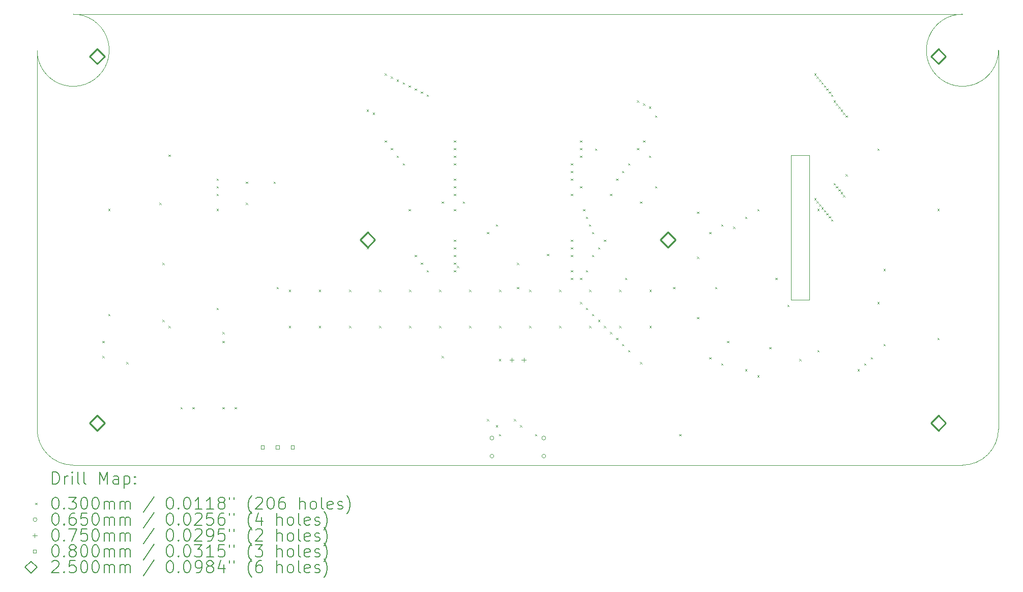
<source format=gbr>
%TF.GenerationSoftware,KiCad,Pcbnew,9.99.0-5542-g9c1654c496*%
%TF.CreationDate,2026-02-20T10:53:54+00:00*%
%TF.ProjectId,esp32-emu-turbo,65737033-322d-4656-9d75-2d747572626f,rev?*%
%TF.SameCoordinates,Original*%
%TF.FileFunction,Drillmap*%
%TF.FilePolarity,Positive*%
%FSLAX45Y45*%
G04 Gerber Fmt 4.5, Leading zero omitted, Abs format (unit mm)*
G04 Created by KiCad (PCBNEW 9.99.0-5542-g9c1654c496) date 2026-02-20 10:53:54*
%MOMM*%
%LPD*%
G01*
G04 APERTURE LIST*
%ADD10C,0.050000*%
%ADD11C,0.200000*%
%ADD12C,0.100000*%
%ADD13C,0.250000*%
G04 APERTURE END LIST*
D10*
X0Y-6900000D02*
X0Y-600000D01*
X600000Y0D02*
G75*
G02*
X0Y-600000I0J-600000D01*
G01*
X600000Y0D02*
X15400000Y0D01*
X600000Y-7500000D02*
G75*
G02*
X0Y-6900000I0J600000D01*
G01*
X12550000Y-2350000D02*
X12850000Y-2350000D01*
X12550000Y-4750000D02*
X12550000Y-2350000D01*
X12850000Y-2350000D02*
X12850000Y-4750000D01*
X12850000Y-4750000D02*
X12550000Y-4750000D01*
X15400000Y-7500000D02*
X600000Y-7500000D01*
X16000000Y-600000D02*
G75*
G02*
X15400000Y0I-600000J0D01*
G01*
X16000000Y-600000D02*
X16000000Y-6900000D01*
X16000000Y-6900000D02*
G75*
G02*
X15400000Y-7500000I-600000J0D01*
G01*
D11*
D12*
X1085000Y-5435000D02*
X1115000Y-5465000D01*
X1115000Y-5435000D02*
X1085000Y-5465000D01*
X1085000Y-5685000D02*
X1115000Y-5715000D01*
X1115000Y-5685000D02*
X1085000Y-5715000D01*
X1185000Y-3235000D02*
X1215000Y-3265000D01*
X1215000Y-3235000D02*
X1185000Y-3265000D01*
X1185000Y-4985000D02*
X1215000Y-5015000D01*
X1215000Y-4985000D02*
X1185000Y-5015000D01*
X1485000Y-5785000D02*
X1515000Y-5815000D01*
X1515000Y-5785000D02*
X1485000Y-5815000D01*
X2035000Y-3135000D02*
X2065000Y-3165000D01*
X2065000Y-3135000D02*
X2035000Y-3165000D01*
X2085000Y-4135000D02*
X2115000Y-4165000D01*
X2115000Y-4135000D02*
X2085000Y-4165000D01*
X2085000Y-5085000D02*
X2115000Y-5115000D01*
X2115000Y-5085000D02*
X2085000Y-5115000D01*
X2185000Y-2335000D02*
X2215000Y-2365000D01*
X2215000Y-2335000D02*
X2185000Y-2365000D01*
X2185000Y-5185000D02*
X2215000Y-5215000D01*
X2215000Y-5185000D02*
X2185000Y-5215000D01*
X2385000Y-6535000D02*
X2415000Y-6565000D01*
X2415000Y-6535000D02*
X2385000Y-6565000D01*
X2585000Y-6535000D02*
X2615000Y-6565000D01*
X2615000Y-6535000D02*
X2585000Y-6565000D01*
X2985000Y-2735000D02*
X3015000Y-2765000D01*
X3015000Y-2735000D02*
X2985000Y-2765000D01*
X2985000Y-2862000D02*
X3015000Y-2892000D01*
X3015000Y-2862000D02*
X2985000Y-2892000D01*
X2985000Y-2989000D02*
X3015000Y-3019000D01*
X3015000Y-2989000D02*
X2985000Y-3019000D01*
X2985000Y-3235000D02*
X3015000Y-3265000D01*
X3015000Y-3235000D02*
X2985000Y-3265000D01*
X2985000Y-4885000D02*
X3015000Y-4915000D01*
X3015000Y-4885000D02*
X2985000Y-4915000D01*
X3085000Y-5285000D02*
X3115000Y-5315000D01*
X3115000Y-5285000D02*
X3085000Y-5315000D01*
X3085000Y-5435000D02*
X3115000Y-5465000D01*
X3115000Y-5435000D02*
X3085000Y-5465000D01*
X3085000Y-6535000D02*
X3115000Y-6565000D01*
X3115000Y-6535000D02*
X3085000Y-6565000D01*
X3285000Y-6535000D02*
X3315000Y-6565000D01*
X3315000Y-6535000D02*
X3285000Y-6565000D01*
X3475000Y-2785000D02*
X3505000Y-2815000D01*
X3505000Y-2785000D02*
X3475000Y-2815000D01*
X3475000Y-3135000D02*
X3505000Y-3165000D01*
X3505000Y-3135000D02*
X3475000Y-3165000D01*
X3935000Y-2785000D02*
X3965000Y-2815000D01*
X3965000Y-2785000D02*
X3935000Y-2815000D01*
X3985000Y-4535000D02*
X4015000Y-4565000D01*
X4015000Y-4535000D02*
X3985000Y-4565000D01*
X4190000Y-4585000D02*
X4220000Y-4615000D01*
X4220000Y-4585000D02*
X4190000Y-4615000D01*
X4190000Y-5185000D02*
X4220000Y-5215000D01*
X4220000Y-5185000D02*
X4190000Y-5215000D01*
X4690000Y-4585000D02*
X4720000Y-4615000D01*
X4720000Y-4585000D02*
X4690000Y-4615000D01*
X4690000Y-5185000D02*
X4720000Y-5215000D01*
X4720000Y-5185000D02*
X4690000Y-5215000D01*
X5190000Y-4585000D02*
X5220000Y-4615000D01*
X5220000Y-4585000D02*
X5190000Y-4615000D01*
X5190000Y-5185000D02*
X5220000Y-5215000D01*
X5220000Y-5185000D02*
X5190000Y-5215000D01*
X5485000Y-1585000D02*
X5515000Y-1615000D01*
X5515000Y-1585000D02*
X5485000Y-1615000D01*
X5485000Y-3878000D02*
X5515000Y-3908000D01*
X5515000Y-3878000D02*
X5485000Y-3908000D01*
X5585000Y-1635000D02*
X5615000Y-1665000D01*
X5615000Y-1635000D02*
X5585000Y-1665000D01*
X5585000Y-3751000D02*
X5615000Y-3781000D01*
X5615000Y-3751000D02*
X5585000Y-3781000D01*
X5690000Y-4585000D02*
X5720000Y-4615000D01*
X5720000Y-4585000D02*
X5690000Y-4615000D01*
X5690000Y-5185000D02*
X5720000Y-5215000D01*
X5720000Y-5185000D02*
X5690000Y-5215000D01*
X5785000Y-985000D02*
X5815000Y-1015000D01*
X5815000Y-985000D02*
X5785000Y-1015000D01*
X5785000Y-2100000D02*
X5815000Y-2130000D01*
X5815000Y-2100000D02*
X5785000Y-2130000D01*
X5885000Y-1035000D02*
X5915000Y-1065000D01*
X5915000Y-1035000D02*
X5885000Y-1065000D01*
X5885000Y-2227000D02*
X5915000Y-2257000D01*
X5915000Y-2227000D02*
X5885000Y-2257000D01*
X5985000Y-1085000D02*
X6015000Y-1115000D01*
X6015000Y-1085000D02*
X5985000Y-1115000D01*
X5985000Y-2354000D02*
X6015000Y-2384000D01*
X6015000Y-2354000D02*
X5985000Y-2384000D01*
X6085000Y-1135000D02*
X6115000Y-1165000D01*
X6115000Y-1135000D02*
X6085000Y-1165000D01*
X6085000Y-2481000D02*
X6115000Y-2511000D01*
X6115000Y-2481000D02*
X6085000Y-2511000D01*
X6185000Y-1185000D02*
X6215000Y-1215000D01*
X6215000Y-1185000D02*
X6185000Y-1215000D01*
X6185000Y-3243000D02*
X6215000Y-3273000D01*
X6215000Y-3243000D02*
X6185000Y-3273000D01*
X6190000Y-4585000D02*
X6220000Y-4615000D01*
X6220000Y-4585000D02*
X6190000Y-4615000D01*
X6190000Y-5185000D02*
X6220000Y-5215000D01*
X6220000Y-5185000D02*
X6190000Y-5215000D01*
X6285000Y-1235000D02*
X6315000Y-1265000D01*
X6315000Y-1235000D02*
X6285000Y-1265000D01*
X6285000Y-4005000D02*
X6315000Y-4035000D01*
X6315000Y-4005000D02*
X6285000Y-4035000D01*
X6385000Y-1285000D02*
X6415000Y-1315000D01*
X6415000Y-1285000D02*
X6385000Y-1315000D01*
X6385000Y-4132000D02*
X6415000Y-4162000D01*
X6415000Y-4132000D02*
X6385000Y-4162000D01*
X6485000Y-1335000D02*
X6515000Y-1365000D01*
X6515000Y-1335000D02*
X6485000Y-1365000D01*
X6485000Y-4259000D02*
X6515000Y-4289000D01*
X6515000Y-4259000D02*
X6485000Y-4289000D01*
X6690000Y-4585000D02*
X6720000Y-4615000D01*
X6720000Y-4585000D02*
X6690000Y-4615000D01*
X6690000Y-5185000D02*
X6720000Y-5215000D01*
X6720000Y-5185000D02*
X6690000Y-5215000D01*
X6735000Y-3116000D02*
X6765000Y-3146000D01*
X6765000Y-3116000D02*
X6735000Y-3146000D01*
X6735000Y-5685000D02*
X6765000Y-5715000D01*
X6765000Y-5685000D02*
X6735000Y-5715000D01*
X6935000Y-2100000D02*
X6965000Y-2130000D01*
X6965000Y-2100000D02*
X6935000Y-2130000D01*
X6935000Y-2227000D02*
X6965000Y-2257000D01*
X6965000Y-2227000D02*
X6935000Y-2257000D01*
X6935000Y-2354000D02*
X6965000Y-2384000D01*
X6965000Y-2354000D02*
X6935000Y-2384000D01*
X6935000Y-2481000D02*
X6965000Y-2511000D01*
X6965000Y-2481000D02*
X6935000Y-2511000D01*
X6935000Y-2735000D02*
X6965000Y-2765000D01*
X6965000Y-2735000D02*
X6935000Y-2765000D01*
X6935000Y-2862000D02*
X6965000Y-2892000D01*
X6965000Y-2862000D02*
X6935000Y-2892000D01*
X6935000Y-2989000D02*
X6965000Y-3019000D01*
X6965000Y-2989000D02*
X6935000Y-3019000D01*
X6935000Y-3243000D02*
X6965000Y-3273000D01*
X6965000Y-3243000D02*
X6935000Y-3273000D01*
X6935000Y-3751000D02*
X6965000Y-3781000D01*
X6965000Y-3751000D02*
X6935000Y-3781000D01*
X6935000Y-3878000D02*
X6965000Y-3908000D01*
X6965000Y-3878000D02*
X6935000Y-3908000D01*
X6935000Y-4005000D02*
X6965000Y-4035000D01*
X6965000Y-4005000D02*
X6935000Y-4035000D01*
X6935000Y-4132000D02*
X6965000Y-4162000D01*
X6965000Y-4132000D02*
X6935000Y-4162000D01*
X6935000Y-4259000D02*
X6965000Y-4289000D01*
X6965000Y-4259000D02*
X6935000Y-4289000D01*
X6985000Y-4185000D02*
X7015000Y-4215000D01*
X7015000Y-4185000D02*
X6985000Y-4215000D01*
X7085000Y-3116000D02*
X7115000Y-3146000D01*
X7115000Y-3116000D02*
X7085000Y-3146000D01*
X7190000Y-4585000D02*
X7220000Y-4615000D01*
X7220000Y-4585000D02*
X7190000Y-4615000D01*
X7190000Y-5185000D02*
X7220000Y-5215000D01*
X7220000Y-5185000D02*
X7190000Y-5215000D01*
X7485000Y-3624000D02*
X7515000Y-3654000D01*
X7515000Y-3624000D02*
X7485000Y-3654000D01*
X7485000Y-6735000D02*
X7515000Y-6765000D01*
X7515000Y-6735000D02*
X7485000Y-6765000D01*
X7635000Y-3497000D02*
X7665000Y-3527000D01*
X7665000Y-3497000D02*
X7635000Y-3527000D01*
X7635000Y-6835000D02*
X7665000Y-6865000D01*
X7665000Y-6835000D02*
X7635000Y-6865000D01*
X7685000Y-5735000D02*
X7715000Y-5765000D01*
X7715000Y-5735000D02*
X7685000Y-5765000D01*
X7685000Y-6985000D02*
X7715000Y-7015000D01*
X7715000Y-6985000D02*
X7685000Y-7015000D01*
X7690000Y-4585000D02*
X7720000Y-4615000D01*
X7720000Y-4585000D02*
X7690000Y-4615000D01*
X7690000Y-5185000D02*
X7720000Y-5215000D01*
X7720000Y-5185000D02*
X7690000Y-5215000D01*
X7935000Y-6735000D02*
X7965000Y-6765000D01*
X7965000Y-6735000D02*
X7935000Y-6765000D01*
X7985000Y-4135000D02*
X8015000Y-4165000D01*
X8015000Y-4135000D02*
X7985000Y-4165000D01*
X7985000Y-4535000D02*
X8015000Y-4565000D01*
X8015000Y-4535000D02*
X7985000Y-4565000D01*
X8035000Y-6835000D02*
X8065000Y-6865000D01*
X8065000Y-6835000D02*
X8035000Y-6865000D01*
X8190000Y-4585000D02*
X8220000Y-4615000D01*
X8220000Y-4585000D02*
X8190000Y-4615000D01*
X8190000Y-5185000D02*
X8220000Y-5215000D01*
X8220000Y-5185000D02*
X8190000Y-5215000D01*
X8285000Y-6985000D02*
X8315000Y-7015000D01*
X8315000Y-6985000D02*
X8285000Y-7015000D01*
X8485000Y-3985000D02*
X8515000Y-4015000D01*
X8515000Y-3985000D02*
X8485000Y-4015000D01*
X8690000Y-4585000D02*
X8720000Y-4615000D01*
X8720000Y-4585000D02*
X8690000Y-4615000D01*
X8690000Y-5185000D02*
X8720000Y-5215000D01*
X8720000Y-5185000D02*
X8690000Y-5215000D01*
X8885000Y-2481000D02*
X8915000Y-2511000D01*
X8915000Y-2481000D02*
X8885000Y-2511000D01*
X8885000Y-2608000D02*
X8915000Y-2638000D01*
X8915000Y-2608000D02*
X8885000Y-2638000D01*
X8885000Y-2735000D02*
X8915000Y-2765000D01*
X8915000Y-2735000D02*
X8885000Y-2765000D01*
X8885000Y-2989000D02*
X8915000Y-3019000D01*
X8915000Y-2989000D02*
X8885000Y-3019000D01*
X8885000Y-3751000D02*
X8915000Y-3781000D01*
X8915000Y-3751000D02*
X8885000Y-3781000D01*
X8885000Y-3878000D02*
X8915000Y-3908000D01*
X8915000Y-3878000D02*
X8885000Y-3908000D01*
X8885000Y-4005000D02*
X8915000Y-4035000D01*
X8915000Y-4005000D02*
X8885000Y-4035000D01*
X8885000Y-4259000D02*
X8915000Y-4289000D01*
X8915000Y-4259000D02*
X8885000Y-4289000D01*
X8885000Y-4386000D02*
X8915000Y-4416000D01*
X8915000Y-4386000D02*
X8885000Y-4416000D01*
X9035000Y-2100000D02*
X9065000Y-2130000D01*
X9065000Y-2100000D02*
X9035000Y-2130000D01*
X9035000Y-2227000D02*
X9065000Y-2257000D01*
X9065000Y-2227000D02*
X9035000Y-2257000D01*
X9035000Y-2354000D02*
X9065000Y-2384000D01*
X9065000Y-2354000D02*
X9035000Y-2384000D01*
X9035000Y-2862000D02*
X9065000Y-2892000D01*
X9065000Y-2862000D02*
X9035000Y-2892000D01*
X9035000Y-4386000D02*
X9065000Y-4416000D01*
X9065000Y-4386000D02*
X9035000Y-4416000D01*
X9035000Y-4785000D02*
X9065000Y-4815000D01*
X9065000Y-4785000D02*
X9035000Y-4815000D01*
X9085000Y-3243000D02*
X9115000Y-3273000D01*
X9115000Y-3243000D02*
X9085000Y-3273000D01*
X9135000Y-3370000D02*
X9165000Y-3400000D01*
X9165000Y-3370000D02*
X9135000Y-3400000D01*
X9135000Y-4259000D02*
X9165000Y-4289000D01*
X9165000Y-4259000D02*
X9135000Y-4289000D01*
X9135000Y-4885000D02*
X9165000Y-4915000D01*
X9165000Y-4885000D02*
X9135000Y-4915000D01*
X9185000Y-3497000D02*
X9215000Y-3527000D01*
X9215000Y-3497000D02*
X9185000Y-3527000D01*
X9190000Y-4585000D02*
X9220000Y-4615000D01*
X9220000Y-4585000D02*
X9190000Y-4615000D01*
X9190000Y-5185000D02*
X9220000Y-5215000D01*
X9220000Y-5185000D02*
X9190000Y-5215000D01*
X9235000Y-3624000D02*
X9265000Y-3654000D01*
X9265000Y-3624000D02*
X9235000Y-3654000D01*
X9235000Y-4005000D02*
X9265000Y-4035000D01*
X9265000Y-4005000D02*
X9235000Y-4035000D01*
X9235000Y-4985000D02*
X9265000Y-5015000D01*
X9265000Y-4985000D02*
X9235000Y-5015000D01*
X9285000Y-2235000D02*
X9315000Y-2265000D01*
X9315000Y-2235000D02*
X9285000Y-2265000D01*
X9335000Y-3878000D02*
X9365000Y-3908000D01*
X9365000Y-3878000D02*
X9335000Y-3908000D01*
X9335000Y-5085000D02*
X9365000Y-5115000D01*
X9365000Y-5085000D02*
X9335000Y-5115000D01*
X9435000Y-3751000D02*
X9465000Y-3781000D01*
X9465000Y-3751000D02*
X9435000Y-3781000D01*
X9435000Y-5185000D02*
X9465000Y-5215000D01*
X9465000Y-5185000D02*
X9435000Y-5215000D01*
X9535000Y-2989000D02*
X9565000Y-3019000D01*
X9565000Y-2989000D02*
X9535000Y-3019000D01*
X9535000Y-5285000D02*
X9565000Y-5315000D01*
X9565000Y-5285000D02*
X9535000Y-5315000D01*
X9635000Y-2735000D02*
X9665000Y-2765000D01*
X9665000Y-2735000D02*
X9635000Y-2765000D01*
X9635000Y-5385000D02*
X9665000Y-5415000D01*
X9665000Y-5385000D02*
X9635000Y-5415000D01*
X9690000Y-4585000D02*
X9720000Y-4615000D01*
X9720000Y-4585000D02*
X9690000Y-4615000D01*
X9690000Y-5185000D02*
X9720000Y-5215000D01*
X9720000Y-5185000D02*
X9690000Y-5215000D01*
X9735000Y-2608000D02*
X9765000Y-2638000D01*
X9765000Y-2608000D02*
X9735000Y-2638000D01*
X9735000Y-5485000D02*
X9765000Y-5515000D01*
X9765000Y-5485000D02*
X9735000Y-5515000D01*
X9785000Y-4385000D02*
X9815000Y-4415000D01*
X9815000Y-4385000D02*
X9785000Y-4415000D01*
X9835000Y-2481000D02*
X9865000Y-2511000D01*
X9865000Y-2481000D02*
X9835000Y-2511000D01*
X9835000Y-5585000D02*
X9865000Y-5615000D01*
X9865000Y-5585000D02*
X9835000Y-5615000D01*
X9985000Y-1435000D02*
X10015000Y-1465000D01*
X10015000Y-1435000D02*
X9985000Y-1465000D01*
X9985000Y-2227000D02*
X10015000Y-2257000D01*
X10015000Y-2227000D02*
X9985000Y-2257000D01*
X10035000Y-3116000D02*
X10065000Y-3146000D01*
X10065000Y-3116000D02*
X10035000Y-3146000D01*
X10035000Y-5785000D02*
X10065000Y-5815000D01*
X10065000Y-5785000D02*
X10035000Y-5815000D01*
X10085000Y-1485000D02*
X10115000Y-1515000D01*
X10115000Y-1485000D02*
X10085000Y-1515000D01*
X10085000Y-2100000D02*
X10115000Y-2130000D01*
X10115000Y-2100000D02*
X10085000Y-2130000D01*
X10185000Y-1535000D02*
X10215000Y-1565000D01*
X10215000Y-1535000D02*
X10185000Y-1565000D01*
X10185000Y-2354000D02*
X10215000Y-2384000D01*
X10215000Y-2354000D02*
X10185000Y-2384000D01*
X10190000Y-4585000D02*
X10220000Y-4615000D01*
X10220000Y-4585000D02*
X10190000Y-4615000D01*
X10190000Y-5185000D02*
X10220000Y-5215000D01*
X10220000Y-5185000D02*
X10190000Y-5215000D01*
X10285000Y-1685000D02*
X10315000Y-1715000D01*
X10315000Y-1685000D02*
X10285000Y-1715000D01*
X10285000Y-2862000D02*
X10315000Y-2892000D01*
X10315000Y-2862000D02*
X10285000Y-2892000D01*
X10585000Y-4535000D02*
X10615000Y-4565000D01*
X10615000Y-4535000D02*
X10585000Y-4565000D01*
X10685000Y-6985000D02*
X10715000Y-7015000D01*
X10715000Y-6985000D02*
X10685000Y-7015000D01*
X10985000Y-3285000D02*
X11015000Y-3315000D01*
X11015000Y-3285000D02*
X10985000Y-3315000D01*
X10985000Y-4035000D02*
X11015000Y-4065000D01*
X11015000Y-4035000D02*
X10985000Y-4065000D01*
X10985000Y-5035000D02*
X11015000Y-5065000D01*
X11015000Y-5035000D02*
X10985000Y-5065000D01*
X11185000Y-3624000D02*
X11215000Y-3654000D01*
X11215000Y-3624000D02*
X11185000Y-3654000D01*
X11185000Y-5705000D02*
X11215000Y-5735000D01*
X11215000Y-5705000D02*
X11185000Y-5735000D01*
X11285000Y-4535000D02*
X11315000Y-4565000D01*
X11315000Y-4535000D02*
X11285000Y-4565000D01*
X11385000Y-3497000D02*
X11415000Y-3527000D01*
X11415000Y-3497000D02*
X11385000Y-3527000D01*
X11385000Y-5805000D02*
X11415000Y-5835000D01*
X11415000Y-5805000D02*
X11385000Y-5835000D01*
X11485000Y-5435000D02*
X11515000Y-5465000D01*
X11515000Y-5435000D02*
X11485000Y-5465000D01*
X11585000Y-3535000D02*
X11615000Y-3565000D01*
X11615000Y-3535000D02*
X11585000Y-3565000D01*
X11785000Y-3370000D02*
X11815000Y-3400000D01*
X11815000Y-3370000D02*
X11785000Y-3400000D01*
X11785000Y-5905000D02*
X11815000Y-5935000D01*
X11815000Y-5905000D02*
X11785000Y-5935000D01*
X11985000Y-3243000D02*
X12015000Y-3273000D01*
X12015000Y-3243000D02*
X11985000Y-3273000D01*
X11985000Y-6005000D02*
X12015000Y-6035000D01*
X12015000Y-6005000D02*
X11985000Y-6035000D01*
X12185000Y-5535000D02*
X12215000Y-5565000D01*
X12215000Y-5535000D02*
X12185000Y-5565000D01*
X12285000Y-4385000D02*
X12315000Y-4415000D01*
X12315000Y-4385000D02*
X12285000Y-4415000D01*
X12485000Y-4835000D02*
X12515000Y-4865000D01*
X12515000Y-4835000D02*
X12485000Y-4865000D01*
X12685000Y-5735000D02*
X12715000Y-5765000D01*
X12715000Y-5735000D02*
X12685000Y-5765000D01*
X12935000Y-985000D02*
X12965000Y-1015000D01*
X12965000Y-985000D02*
X12935000Y-1015000D01*
X12935000Y-3060000D02*
X12965000Y-3090000D01*
X12965000Y-3060000D02*
X12935000Y-3090000D01*
X12975000Y-1035000D02*
X13005000Y-1065000D01*
X13005000Y-1035000D02*
X12975000Y-1065000D01*
X12975000Y-3110000D02*
X13005000Y-3140000D01*
X13005000Y-3110000D02*
X12975000Y-3140000D01*
X12985000Y-3235000D02*
X13015000Y-3265000D01*
X13015000Y-3235000D02*
X12985000Y-3265000D01*
X12985000Y-5585000D02*
X13015000Y-5615000D01*
X13015000Y-5585000D02*
X12985000Y-5615000D01*
X13015000Y-1085000D02*
X13045000Y-1115000D01*
X13045000Y-1085000D02*
X13015000Y-1115000D01*
X13015000Y-3160000D02*
X13045000Y-3190000D01*
X13045000Y-3160000D02*
X13015000Y-3190000D01*
X13055000Y-1135000D02*
X13085000Y-1165000D01*
X13085000Y-1135000D02*
X13055000Y-1165000D01*
X13055000Y-3210000D02*
X13085000Y-3240000D01*
X13085000Y-3210000D02*
X13055000Y-3240000D01*
X13095000Y-1185000D02*
X13125000Y-1215000D01*
X13125000Y-1185000D02*
X13095000Y-1215000D01*
X13095000Y-3260000D02*
X13125000Y-3290000D01*
X13125000Y-3260000D02*
X13095000Y-3290000D01*
X13135000Y-1235000D02*
X13165000Y-1265000D01*
X13165000Y-1235000D02*
X13135000Y-1265000D01*
X13135000Y-3310000D02*
X13165000Y-3340000D01*
X13165000Y-3310000D02*
X13135000Y-3340000D01*
X13175000Y-1285000D02*
X13205000Y-1315000D01*
X13205000Y-1285000D02*
X13175000Y-1315000D01*
X13175000Y-3360000D02*
X13205000Y-3390000D01*
X13205000Y-3360000D02*
X13175000Y-3390000D01*
X13215000Y-1335000D02*
X13245000Y-1365000D01*
X13245000Y-1335000D02*
X13215000Y-1365000D01*
X13215000Y-3410000D02*
X13245000Y-3440000D01*
X13245000Y-3410000D02*
X13215000Y-3440000D01*
X13255000Y-1435000D02*
X13285000Y-1465000D01*
X13285000Y-1435000D02*
X13255000Y-1465000D01*
X13255000Y-2810000D02*
X13285000Y-2840000D01*
X13285000Y-2810000D02*
X13255000Y-2840000D01*
X13295000Y-1485000D02*
X13325000Y-1515000D01*
X13325000Y-1485000D02*
X13295000Y-1515000D01*
X13295000Y-2860000D02*
X13325000Y-2890000D01*
X13325000Y-2860000D02*
X13295000Y-2890000D01*
X13335000Y-1535000D02*
X13365000Y-1565000D01*
X13365000Y-1535000D02*
X13335000Y-1565000D01*
X13335000Y-2910000D02*
X13365000Y-2940000D01*
X13365000Y-2910000D02*
X13335000Y-2940000D01*
X13375000Y-1585000D02*
X13405000Y-1615000D01*
X13405000Y-1585000D02*
X13375000Y-1615000D01*
X13375000Y-2960000D02*
X13405000Y-2990000D01*
X13405000Y-2960000D02*
X13375000Y-2990000D01*
X13415000Y-1635000D02*
X13445000Y-1665000D01*
X13445000Y-1635000D02*
X13415000Y-1665000D01*
X13415000Y-3010000D02*
X13445000Y-3040000D01*
X13445000Y-3010000D02*
X13415000Y-3040000D01*
X13455000Y-1685000D02*
X13485000Y-1715000D01*
X13485000Y-1685000D02*
X13455000Y-1715000D01*
X13455000Y-2660000D02*
X13485000Y-2690000D01*
X13485000Y-2660000D02*
X13455000Y-2690000D01*
X13655000Y-5905000D02*
X13685000Y-5935000D01*
X13685000Y-5905000D02*
X13655000Y-5935000D01*
X13765000Y-5805000D02*
X13795000Y-5835000D01*
X13795000Y-5805000D02*
X13765000Y-5835000D01*
X13875000Y-5705000D02*
X13905000Y-5735000D01*
X13905000Y-5705000D02*
X13875000Y-5735000D01*
X13985000Y-2235000D02*
X14015000Y-2265000D01*
X14015000Y-2235000D02*
X13985000Y-2265000D01*
X13985000Y-4785000D02*
X14015000Y-4815000D01*
X14015000Y-4785000D02*
X13985000Y-4815000D01*
X14085000Y-4235000D02*
X14115000Y-4265000D01*
X14115000Y-4235000D02*
X14085000Y-4265000D01*
X14085000Y-5485000D02*
X14115000Y-5515000D01*
X14115000Y-5485000D02*
X14085000Y-5515000D01*
X14985000Y-3235000D02*
X15015000Y-3265000D01*
X15015000Y-3235000D02*
X14985000Y-3265000D01*
X14985000Y-5385000D02*
X15015000Y-5415000D01*
X15015000Y-5385000D02*
X14985000Y-5415000D01*
X7600500Y-7050000D02*
G75*
G02*
X7535500Y-7050000I-32500J0D01*
G01*
X7535500Y-7050000D02*
G75*
G02*
X7600500Y-7050000I32500J0D01*
G01*
X7600500Y-7350000D02*
G75*
G02*
X7535500Y-7350000I-32500J0D01*
G01*
X7535500Y-7350000D02*
G75*
G02*
X7600500Y-7350000I32500J0D01*
G01*
X8464500Y-7050000D02*
G75*
G02*
X8399500Y-7050000I-32500J0D01*
G01*
X8399500Y-7050000D02*
G75*
G02*
X8464500Y-7050000I32500J0D01*
G01*
X8464500Y-7350000D02*
G75*
G02*
X8399500Y-7350000I-32500J0D01*
G01*
X8399500Y-7350000D02*
G75*
G02*
X8464500Y-7350000I32500J0D01*
G01*
X7900000Y-5712500D02*
X7900000Y-5787500D01*
X7862500Y-5750000D02*
X7937500Y-5750000D01*
X8100000Y-5712500D02*
X8100000Y-5787500D01*
X8062500Y-5750000D02*
X8137500Y-5750000D01*
X3778284Y-7228284D02*
X3778284Y-7171715D01*
X3721715Y-7171715D01*
X3721715Y-7228284D01*
X3778284Y-7228284D01*
X4028284Y-7228284D02*
X4028284Y-7171715D01*
X3971715Y-7171715D01*
X3971715Y-7228284D01*
X4028284Y-7228284D01*
X4278285Y-7228284D02*
X4278285Y-7171715D01*
X4221716Y-7171715D01*
X4221716Y-7228284D01*
X4278285Y-7228284D01*
D13*
X1000000Y-825000D02*
X1125000Y-700000D01*
X1000000Y-575000D01*
X875000Y-700000D01*
X1000000Y-825000D01*
X1000000Y-6925000D02*
X1125000Y-6800000D01*
X1000000Y-6675000D01*
X875000Y-6800000D01*
X1000000Y-6925000D01*
X5500000Y-3875000D02*
X5625000Y-3750000D01*
X5500000Y-3625000D01*
X5375000Y-3750000D01*
X5500000Y-3875000D01*
X10500000Y-3875000D02*
X10625000Y-3750000D01*
X10500000Y-3625000D01*
X10375000Y-3750000D01*
X10500000Y-3875000D01*
X15000000Y-825000D02*
X15125000Y-700000D01*
X15000000Y-575000D01*
X14875000Y-700000D01*
X15000000Y-825000D01*
X15000000Y-6925000D02*
X15125000Y-6800000D01*
X15000000Y-6675000D01*
X14875000Y-6800000D01*
X15000000Y-6925000D01*
D11*
X258277Y-7813984D02*
X258277Y-7613984D01*
X258277Y-7613984D02*
X305896Y-7613984D01*
X305896Y-7613984D02*
X334467Y-7623508D01*
X334467Y-7623508D02*
X353515Y-7642555D01*
X353515Y-7642555D02*
X363039Y-7661603D01*
X363039Y-7661603D02*
X372562Y-7699698D01*
X372562Y-7699698D02*
X372562Y-7728269D01*
X372562Y-7728269D02*
X363039Y-7766365D01*
X363039Y-7766365D02*
X353515Y-7785412D01*
X353515Y-7785412D02*
X334467Y-7804460D01*
X334467Y-7804460D02*
X305896Y-7813984D01*
X305896Y-7813984D02*
X258277Y-7813984D01*
X458277Y-7813984D02*
X458277Y-7680650D01*
X458277Y-7718746D02*
X467801Y-7699698D01*
X467801Y-7699698D02*
X477324Y-7690174D01*
X477324Y-7690174D02*
X496372Y-7680650D01*
X496372Y-7680650D02*
X515420Y-7680650D01*
X582086Y-7813984D02*
X582086Y-7680650D01*
X582086Y-7613984D02*
X572563Y-7623508D01*
X572563Y-7623508D02*
X582086Y-7633031D01*
X582086Y-7633031D02*
X591610Y-7623508D01*
X591610Y-7623508D02*
X582086Y-7613984D01*
X582086Y-7613984D02*
X582086Y-7633031D01*
X705896Y-7813984D02*
X686848Y-7804460D01*
X686848Y-7804460D02*
X677324Y-7785412D01*
X677324Y-7785412D02*
X677324Y-7613984D01*
X810658Y-7813984D02*
X791610Y-7804460D01*
X791610Y-7804460D02*
X782086Y-7785412D01*
X782086Y-7785412D02*
X782086Y-7613984D01*
X1039229Y-7813984D02*
X1039229Y-7613984D01*
X1039229Y-7613984D02*
X1105896Y-7756841D01*
X1105896Y-7756841D02*
X1172563Y-7613984D01*
X1172563Y-7613984D02*
X1172563Y-7813984D01*
X1353515Y-7813984D02*
X1353515Y-7709222D01*
X1353515Y-7709222D02*
X1343991Y-7690174D01*
X1343991Y-7690174D02*
X1324944Y-7680650D01*
X1324944Y-7680650D02*
X1286848Y-7680650D01*
X1286848Y-7680650D02*
X1267801Y-7690174D01*
X1353515Y-7804460D02*
X1334467Y-7813984D01*
X1334467Y-7813984D02*
X1286848Y-7813984D01*
X1286848Y-7813984D02*
X1267801Y-7804460D01*
X1267801Y-7804460D02*
X1258277Y-7785412D01*
X1258277Y-7785412D02*
X1258277Y-7766365D01*
X1258277Y-7766365D02*
X1267801Y-7747317D01*
X1267801Y-7747317D02*
X1286848Y-7737793D01*
X1286848Y-7737793D02*
X1334467Y-7737793D01*
X1334467Y-7737793D02*
X1353515Y-7728269D01*
X1448753Y-7680650D02*
X1448753Y-7880650D01*
X1448753Y-7690174D02*
X1467801Y-7680650D01*
X1467801Y-7680650D02*
X1505896Y-7680650D01*
X1505896Y-7680650D02*
X1524943Y-7690174D01*
X1524943Y-7690174D02*
X1534467Y-7699698D01*
X1534467Y-7699698D02*
X1543991Y-7718746D01*
X1543991Y-7718746D02*
X1543991Y-7775888D01*
X1543991Y-7775888D02*
X1534467Y-7794936D01*
X1534467Y-7794936D02*
X1524943Y-7804460D01*
X1524943Y-7804460D02*
X1505896Y-7813984D01*
X1505896Y-7813984D02*
X1467801Y-7813984D01*
X1467801Y-7813984D02*
X1448753Y-7804460D01*
X1629705Y-7794936D02*
X1639229Y-7804460D01*
X1639229Y-7804460D02*
X1629705Y-7813984D01*
X1629705Y-7813984D02*
X1620182Y-7804460D01*
X1620182Y-7804460D02*
X1629705Y-7794936D01*
X1629705Y-7794936D02*
X1629705Y-7813984D01*
X1629705Y-7690174D02*
X1639229Y-7699698D01*
X1639229Y-7699698D02*
X1629705Y-7709222D01*
X1629705Y-7709222D02*
X1620182Y-7699698D01*
X1620182Y-7699698D02*
X1629705Y-7690174D01*
X1629705Y-7690174D02*
X1629705Y-7709222D01*
D12*
X-32500Y-8127500D02*
X-2500Y-8157500D01*
X-2500Y-8127500D02*
X-32500Y-8157500D01*
D11*
X296372Y-8033984D02*
X315420Y-8033984D01*
X315420Y-8033984D02*
X334467Y-8043508D01*
X334467Y-8043508D02*
X343991Y-8053031D01*
X343991Y-8053031D02*
X353515Y-8072079D01*
X353515Y-8072079D02*
X363039Y-8110174D01*
X363039Y-8110174D02*
X363039Y-8157793D01*
X363039Y-8157793D02*
X353515Y-8195888D01*
X353515Y-8195888D02*
X343991Y-8214936D01*
X343991Y-8214936D02*
X334467Y-8224460D01*
X334467Y-8224460D02*
X315420Y-8233984D01*
X315420Y-8233984D02*
X296372Y-8233984D01*
X296372Y-8233984D02*
X277324Y-8224460D01*
X277324Y-8224460D02*
X267801Y-8214936D01*
X267801Y-8214936D02*
X258277Y-8195888D01*
X258277Y-8195888D02*
X248753Y-8157793D01*
X248753Y-8157793D02*
X248753Y-8110174D01*
X248753Y-8110174D02*
X258277Y-8072079D01*
X258277Y-8072079D02*
X267801Y-8053031D01*
X267801Y-8053031D02*
X277324Y-8043508D01*
X277324Y-8043508D02*
X296372Y-8033984D01*
X448753Y-8214936D02*
X458277Y-8224460D01*
X458277Y-8224460D02*
X448753Y-8233984D01*
X448753Y-8233984D02*
X439229Y-8224460D01*
X439229Y-8224460D02*
X448753Y-8214936D01*
X448753Y-8214936D02*
X448753Y-8233984D01*
X524944Y-8033984D02*
X648753Y-8033984D01*
X648753Y-8033984D02*
X582086Y-8110174D01*
X582086Y-8110174D02*
X610658Y-8110174D01*
X610658Y-8110174D02*
X629705Y-8119698D01*
X629705Y-8119698D02*
X639229Y-8129222D01*
X639229Y-8129222D02*
X648753Y-8148269D01*
X648753Y-8148269D02*
X648753Y-8195888D01*
X648753Y-8195888D02*
X639229Y-8214936D01*
X639229Y-8214936D02*
X629705Y-8224460D01*
X629705Y-8224460D02*
X610658Y-8233984D01*
X610658Y-8233984D02*
X553515Y-8233984D01*
X553515Y-8233984D02*
X534467Y-8224460D01*
X534467Y-8224460D02*
X524944Y-8214936D01*
X772562Y-8033984D02*
X791610Y-8033984D01*
X791610Y-8033984D02*
X810658Y-8043508D01*
X810658Y-8043508D02*
X820182Y-8053031D01*
X820182Y-8053031D02*
X829705Y-8072079D01*
X829705Y-8072079D02*
X839229Y-8110174D01*
X839229Y-8110174D02*
X839229Y-8157793D01*
X839229Y-8157793D02*
X829705Y-8195888D01*
X829705Y-8195888D02*
X820182Y-8214936D01*
X820182Y-8214936D02*
X810658Y-8224460D01*
X810658Y-8224460D02*
X791610Y-8233984D01*
X791610Y-8233984D02*
X772562Y-8233984D01*
X772562Y-8233984D02*
X753515Y-8224460D01*
X753515Y-8224460D02*
X743991Y-8214936D01*
X743991Y-8214936D02*
X734467Y-8195888D01*
X734467Y-8195888D02*
X724943Y-8157793D01*
X724943Y-8157793D02*
X724943Y-8110174D01*
X724943Y-8110174D02*
X734467Y-8072079D01*
X734467Y-8072079D02*
X743991Y-8053031D01*
X743991Y-8053031D02*
X753515Y-8043508D01*
X753515Y-8043508D02*
X772562Y-8033984D01*
X963039Y-8033984D02*
X982086Y-8033984D01*
X982086Y-8033984D02*
X1001134Y-8043508D01*
X1001134Y-8043508D02*
X1010658Y-8053031D01*
X1010658Y-8053031D02*
X1020182Y-8072079D01*
X1020182Y-8072079D02*
X1029705Y-8110174D01*
X1029705Y-8110174D02*
X1029705Y-8157793D01*
X1029705Y-8157793D02*
X1020182Y-8195888D01*
X1020182Y-8195888D02*
X1010658Y-8214936D01*
X1010658Y-8214936D02*
X1001134Y-8224460D01*
X1001134Y-8224460D02*
X982086Y-8233984D01*
X982086Y-8233984D02*
X963039Y-8233984D01*
X963039Y-8233984D02*
X943991Y-8224460D01*
X943991Y-8224460D02*
X934467Y-8214936D01*
X934467Y-8214936D02*
X924943Y-8195888D01*
X924943Y-8195888D02*
X915420Y-8157793D01*
X915420Y-8157793D02*
X915420Y-8110174D01*
X915420Y-8110174D02*
X924943Y-8072079D01*
X924943Y-8072079D02*
X934467Y-8053031D01*
X934467Y-8053031D02*
X943991Y-8043508D01*
X943991Y-8043508D02*
X963039Y-8033984D01*
X1115420Y-8233984D02*
X1115420Y-8100650D01*
X1115420Y-8119698D02*
X1124944Y-8110174D01*
X1124944Y-8110174D02*
X1143991Y-8100650D01*
X1143991Y-8100650D02*
X1172563Y-8100650D01*
X1172563Y-8100650D02*
X1191610Y-8110174D01*
X1191610Y-8110174D02*
X1201134Y-8129222D01*
X1201134Y-8129222D02*
X1201134Y-8233984D01*
X1201134Y-8129222D02*
X1210658Y-8110174D01*
X1210658Y-8110174D02*
X1229705Y-8100650D01*
X1229705Y-8100650D02*
X1258277Y-8100650D01*
X1258277Y-8100650D02*
X1277325Y-8110174D01*
X1277325Y-8110174D02*
X1286848Y-8129222D01*
X1286848Y-8129222D02*
X1286848Y-8233984D01*
X1382086Y-8233984D02*
X1382086Y-8100650D01*
X1382086Y-8119698D02*
X1391610Y-8110174D01*
X1391610Y-8110174D02*
X1410658Y-8100650D01*
X1410658Y-8100650D02*
X1439229Y-8100650D01*
X1439229Y-8100650D02*
X1458277Y-8110174D01*
X1458277Y-8110174D02*
X1467801Y-8129222D01*
X1467801Y-8129222D02*
X1467801Y-8233984D01*
X1467801Y-8129222D02*
X1477324Y-8110174D01*
X1477324Y-8110174D02*
X1496372Y-8100650D01*
X1496372Y-8100650D02*
X1524943Y-8100650D01*
X1524943Y-8100650D02*
X1543991Y-8110174D01*
X1543991Y-8110174D02*
X1553515Y-8129222D01*
X1553515Y-8129222D02*
X1553515Y-8233984D01*
X1943991Y-8024460D02*
X1772563Y-8281603D01*
X2201134Y-8033984D02*
X2220182Y-8033984D01*
X2220182Y-8033984D02*
X2239229Y-8043508D01*
X2239229Y-8043508D02*
X2248753Y-8053031D01*
X2248753Y-8053031D02*
X2258277Y-8072079D01*
X2258277Y-8072079D02*
X2267801Y-8110174D01*
X2267801Y-8110174D02*
X2267801Y-8157793D01*
X2267801Y-8157793D02*
X2258277Y-8195888D01*
X2258277Y-8195888D02*
X2248753Y-8214936D01*
X2248753Y-8214936D02*
X2239229Y-8224460D01*
X2239229Y-8224460D02*
X2220182Y-8233984D01*
X2220182Y-8233984D02*
X2201134Y-8233984D01*
X2201134Y-8233984D02*
X2182087Y-8224460D01*
X2182087Y-8224460D02*
X2172563Y-8214936D01*
X2172563Y-8214936D02*
X2163039Y-8195888D01*
X2163039Y-8195888D02*
X2153515Y-8157793D01*
X2153515Y-8157793D02*
X2153515Y-8110174D01*
X2153515Y-8110174D02*
X2163039Y-8072079D01*
X2163039Y-8072079D02*
X2172563Y-8053031D01*
X2172563Y-8053031D02*
X2182087Y-8043508D01*
X2182087Y-8043508D02*
X2201134Y-8033984D01*
X2353515Y-8214936D02*
X2363039Y-8224460D01*
X2363039Y-8224460D02*
X2353515Y-8233984D01*
X2353515Y-8233984D02*
X2343991Y-8224460D01*
X2343991Y-8224460D02*
X2353515Y-8214936D01*
X2353515Y-8214936D02*
X2353515Y-8233984D01*
X2486848Y-8033984D02*
X2505896Y-8033984D01*
X2505896Y-8033984D02*
X2524944Y-8043508D01*
X2524944Y-8043508D02*
X2534468Y-8053031D01*
X2534468Y-8053031D02*
X2543991Y-8072079D01*
X2543991Y-8072079D02*
X2553515Y-8110174D01*
X2553515Y-8110174D02*
X2553515Y-8157793D01*
X2553515Y-8157793D02*
X2543991Y-8195888D01*
X2543991Y-8195888D02*
X2534468Y-8214936D01*
X2534468Y-8214936D02*
X2524944Y-8224460D01*
X2524944Y-8224460D02*
X2505896Y-8233984D01*
X2505896Y-8233984D02*
X2486848Y-8233984D01*
X2486848Y-8233984D02*
X2467801Y-8224460D01*
X2467801Y-8224460D02*
X2458277Y-8214936D01*
X2458277Y-8214936D02*
X2448753Y-8195888D01*
X2448753Y-8195888D02*
X2439229Y-8157793D01*
X2439229Y-8157793D02*
X2439229Y-8110174D01*
X2439229Y-8110174D02*
X2448753Y-8072079D01*
X2448753Y-8072079D02*
X2458277Y-8053031D01*
X2458277Y-8053031D02*
X2467801Y-8043508D01*
X2467801Y-8043508D02*
X2486848Y-8033984D01*
X2743991Y-8233984D02*
X2629706Y-8233984D01*
X2686848Y-8233984D02*
X2686848Y-8033984D01*
X2686848Y-8033984D02*
X2667801Y-8062555D01*
X2667801Y-8062555D02*
X2648753Y-8081603D01*
X2648753Y-8081603D02*
X2629706Y-8091127D01*
X2934467Y-8233984D02*
X2820182Y-8233984D01*
X2877325Y-8233984D02*
X2877325Y-8033984D01*
X2877325Y-8033984D02*
X2858277Y-8062555D01*
X2858277Y-8062555D02*
X2839229Y-8081603D01*
X2839229Y-8081603D02*
X2820182Y-8091127D01*
X3048753Y-8119698D02*
X3029706Y-8110174D01*
X3029706Y-8110174D02*
X3020182Y-8100650D01*
X3020182Y-8100650D02*
X3010658Y-8081603D01*
X3010658Y-8081603D02*
X3010658Y-8072079D01*
X3010658Y-8072079D02*
X3020182Y-8053031D01*
X3020182Y-8053031D02*
X3029706Y-8043508D01*
X3029706Y-8043508D02*
X3048753Y-8033984D01*
X3048753Y-8033984D02*
X3086848Y-8033984D01*
X3086848Y-8033984D02*
X3105896Y-8043508D01*
X3105896Y-8043508D02*
X3115420Y-8053031D01*
X3115420Y-8053031D02*
X3124944Y-8072079D01*
X3124944Y-8072079D02*
X3124944Y-8081603D01*
X3124944Y-8081603D02*
X3115420Y-8100650D01*
X3115420Y-8100650D02*
X3105896Y-8110174D01*
X3105896Y-8110174D02*
X3086848Y-8119698D01*
X3086848Y-8119698D02*
X3048753Y-8119698D01*
X3048753Y-8119698D02*
X3029706Y-8129222D01*
X3029706Y-8129222D02*
X3020182Y-8138746D01*
X3020182Y-8138746D02*
X3010658Y-8157793D01*
X3010658Y-8157793D02*
X3010658Y-8195888D01*
X3010658Y-8195888D02*
X3020182Y-8214936D01*
X3020182Y-8214936D02*
X3029706Y-8224460D01*
X3029706Y-8224460D02*
X3048753Y-8233984D01*
X3048753Y-8233984D02*
X3086848Y-8233984D01*
X3086848Y-8233984D02*
X3105896Y-8224460D01*
X3105896Y-8224460D02*
X3115420Y-8214936D01*
X3115420Y-8214936D02*
X3124944Y-8195888D01*
X3124944Y-8195888D02*
X3124944Y-8157793D01*
X3124944Y-8157793D02*
X3115420Y-8138746D01*
X3115420Y-8138746D02*
X3105896Y-8129222D01*
X3105896Y-8129222D02*
X3086848Y-8119698D01*
X3201134Y-8033984D02*
X3201134Y-8072079D01*
X3277325Y-8033984D02*
X3277325Y-8072079D01*
X3572563Y-8310174D02*
X3563039Y-8300650D01*
X3563039Y-8300650D02*
X3543991Y-8272079D01*
X3543991Y-8272079D02*
X3534468Y-8253031D01*
X3534468Y-8253031D02*
X3524944Y-8224460D01*
X3524944Y-8224460D02*
X3515420Y-8176841D01*
X3515420Y-8176841D02*
X3515420Y-8138746D01*
X3515420Y-8138746D02*
X3524944Y-8091127D01*
X3524944Y-8091127D02*
X3534468Y-8062555D01*
X3534468Y-8062555D02*
X3543991Y-8043508D01*
X3543991Y-8043508D02*
X3563039Y-8014936D01*
X3563039Y-8014936D02*
X3572563Y-8005412D01*
X3639229Y-8053031D02*
X3648753Y-8043508D01*
X3648753Y-8043508D02*
X3667801Y-8033984D01*
X3667801Y-8033984D02*
X3715420Y-8033984D01*
X3715420Y-8033984D02*
X3734468Y-8043508D01*
X3734468Y-8043508D02*
X3743991Y-8053031D01*
X3743991Y-8053031D02*
X3753515Y-8072079D01*
X3753515Y-8072079D02*
X3753515Y-8091127D01*
X3753515Y-8091127D02*
X3743991Y-8119698D01*
X3743991Y-8119698D02*
X3629706Y-8233984D01*
X3629706Y-8233984D02*
X3753515Y-8233984D01*
X3877325Y-8033984D02*
X3896372Y-8033984D01*
X3896372Y-8033984D02*
X3915420Y-8043508D01*
X3915420Y-8043508D02*
X3924944Y-8053031D01*
X3924944Y-8053031D02*
X3934468Y-8072079D01*
X3934468Y-8072079D02*
X3943991Y-8110174D01*
X3943991Y-8110174D02*
X3943991Y-8157793D01*
X3943991Y-8157793D02*
X3934468Y-8195888D01*
X3934468Y-8195888D02*
X3924944Y-8214936D01*
X3924944Y-8214936D02*
X3915420Y-8224460D01*
X3915420Y-8224460D02*
X3896372Y-8233984D01*
X3896372Y-8233984D02*
X3877325Y-8233984D01*
X3877325Y-8233984D02*
X3858277Y-8224460D01*
X3858277Y-8224460D02*
X3848753Y-8214936D01*
X3848753Y-8214936D02*
X3839229Y-8195888D01*
X3839229Y-8195888D02*
X3829706Y-8157793D01*
X3829706Y-8157793D02*
X3829706Y-8110174D01*
X3829706Y-8110174D02*
X3839229Y-8072079D01*
X3839229Y-8072079D02*
X3848753Y-8053031D01*
X3848753Y-8053031D02*
X3858277Y-8043508D01*
X3858277Y-8043508D02*
X3877325Y-8033984D01*
X4115420Y-8033984D02*
X4077325Y-8033984D01*
X4077325Y-8033984D02*
X4058277Y-8043508D01*
X4058277Y-8043508D02*
X4048753Y-8053031D01*
X4048753Y-8053031D02*
X4029706Y-8081603D01*
X4029706Y-8081603D02*
X4020182Y-8119698D01*
X4020182Y-8119698D02*
X4020182Y-8195888D01*
X4020182Y-8195888D02*
X4029706Y-8214936D01*
X4029706Y-8214936D02*
X4039229Y-8224460D01*
X4039229Y-8224460D02*
X4058277Y-8233984D01*
X4058277Y-8233984D02*
X4096372Y-8233984D01*
X4096372Y-8233984D02*
X4115420Y-8224460D01*
X4115420Y-8224460D02*
X4124944Y-8214936D01*
X4124944Y-8214936D02*
X4134468Y-8195888D01*
X4134468Y-8195888D02*
X4134468Y-8148269D01*
X4134468Y-8148269D02*
X4124944Y-8129222D01*
X4124944Y-8129222D02*
X4115420Y-8119698D01*
X4115420Y-8119698D02*
X4096372Y-8110174D01*
X4096372Y-8110174D02*
X4058277Y-8110174D01*
X4058277Y-8110174D02*
X4039229Y-8119698D01*
X4039229Y-8119698D02*
X4029706Y-8129222D01*
X4029706Y-8129222D02*
X4020182Y-8148269D01*
X4372563Y-8233984D02*
X4372563Y-8033984D01*
X4458277Y-8233984D02*
X4458277Y-8129222D01*
X4458277Y-8129222D02*
X4448753Y-8110174D01*
X4448753Y-8110174D02*
X4429706Y-8100650D01*
X4429706Y-8100650D02*
X4401134Y-8100650D01*
X4401134Y-8100650D02*
X4382087Y-8110174D01*
X4382087Y-8110174D02*
X4372563Y-8119698D01*
X4582087Y-8233984D02*
X4563039Y-8224460D01*
X4563039Y-8224460D02*
X4553515Y-8214936D01*
X4553515Y-8214936D02*
X4543992Y-8195888D01*
X4543992Y-8195888D02*
X4543992Y-8138746D01*
X4543992Y-8138746D02*
X4553515Y-8119698D01*
X4553515Y-8119698D02*
X4563039Y-8110174D01*
X4563039Y-8110174D02*
X4582087Y-8100650D01*
X4582087Y-8100650D02*
X4610658Y-8100650D01*
X4610658Y-8100650D02*
X4629706Y-8110174D01*
X4629706Y-8110174D02*
X4639230Y-8119698D01*
X4639230Y-8119698D02*
X4648753Y-8138746D01*
X4648753Y-8138746D02*
X4648753Y-8195888D01*
X4648753Y-8195888D02*
X4639230Y-8214936D01*
X4639230Y-8214936D02*
X4629706Y-8224460D01*
X4629706Y-8224460D02*
X4610658Y-8233984D01*
X4610658Y-8233984D02*
X4582087Y-8233984D01*
X4763039Y-8233984D02*
X4743992Y-8224460D01*
X4743992Y-8224460D02*
X4734468Y-8205412D01*
X4734468Y-8205412D02*
X4734468Y-8033984D01*
X4915420Y-8224460D02*
X4896373Y-8233984D01*
X4896373Y-8233984D02*
X4858277Y-8233984D01*
X4858277Y-8233984D02*
X4839230Y-8224460D01*
X4839230Y-8224460D02*
X4829706Y-8205412D01*
X4829706Y-8205412D02*
X4829706Y-8129222D01*
X4829706Y-8129222D02*
X4839230Y-8110174D01*
X4839230Y-8110174D02*
X4858277Y-8100650D01*
X4858277Y-8100650D02*
X4896373Y-8100650D01*
X4896373Y-8100650D02*
X4915420Y-8110174D01*
X4915420Y-8110174D02*
X4924944Y-8129222D01*
X4924944Y-8129222D02*
X4924944Y-8148269D01*
X4924944Y-8148269D02*
X4829706Y-8167317D01*
X5001134Y-8224460D02*
X5020182Y-8233984D01*
X5020182Y-8233984D02*
X5058277Y-8233984D01*
X5058277Y-8233984D02*
X5077325Y-8224460D01*
X5077325Y-8224460D02*
X5086849Y-8205412D01*
X5086849Y-8205412D02*
X5086849Y-8195888D01*
X5086849Y-8195888D02*
X5077325Y-8176841D01*
X5077325Y-8176841D02*
X5058277Y-8167317D01*
X5058277Y-8167317D02*
X5029706Y-8167317D01*
X5029706Y-8167317D02*
X5010658Y-8157793D01*
X5010658Y-8157793D02*
X5001134Y-8138746D01*
X5001134Y-8138746D02*
X5001134Y-8129222D01*
X5001134Y-8129222D02*
X5010658Y-8110174D01*
X5010658Y-8110174D02*
X5029706Y-8100650D01*
X5029706Y-8100650D02*
X5058277Y-8100650D01*
X5058277Y-8100650D02*
X5077325Y-8110174D01*
X5153515Y-8310174D02*
X5163039Y-8300650D01*
X5163039Y-8300650D02*
X5182087Y-8272079D01*
X5182087Y-8272079D02*
X5191611Y-8253031D01*
X5191611Y-8253031D02*
X5201134Y-8224460D01*
X5201134Y-8224460D02*
X5210658Y-8176841D01*
X5210658Y-8176841D02*
X5210658Y-8138746D01*
X5210658Y-8138746D02*
X5201134Y-8091127D01*
X5201134Y-8091127D02*
X5191611Y-8062555D01*
X5191611Y-8062555D02*
X5182087Y-8043508D01*
X5182087Y-8043508D02*
X5163039Y-8014936D01*
X5163039Y-8014936D02*
X5153515Y-8005412D01*
D12*
X-2500Y-8406500D02*
G75*
G02*
X-67500Y-8406500I-32500J0D01*
G01*
X-67500Y-8406500D02*
G75*
G02*
X-2500Y-8406500I32500J0D01*
G01*
D11*
X296372Y-8297984D02*
X315420Y-8297984D01*
X315420Y-8297984D02*
X334467Y-8307508D01*
X334467Y-8307508D02*
X343991Y-8317031D01*
X343991Y-8317031D02*
X353515Y-8336079D01*
X353515Y-8336079D02*
X363039Y-8374174D01*
X363039Y-8374174D02*
X363039Y-8421793D01*
X363039Y-8421793D02*
X353515Y-8459889D01*
X353515Y-8459889D02*
X343991Y-8478936D01*
X343991Y-8478936D02*
X334467Y-8488460D01*
X334467Y-8488460D02*
X315420Y-8497984D01*
X315420Y-8497984D02*
X296372Y-8497984D01*
X296372Y-8497984D02*
X277324Y-8488460D01*
X277324Y-8488460D02*
X267801Y-8478936D01*
X267801Y-8478936D02*
X258277Y-8459889D01*
X258277Y-8459889D02*
X248753Y-8421793D01*
X248753Y-8421793D02*
X248753Y-8374174D01*
X248753Y-8374174D02*
X258277Y-8336079D01*
X258277Y-8336079D02*
X267801Y-8317031D01*
X267801Y-8317031D02*
X277324Y-8307508D01*
X277324Y-8307508D02*
X296372Y-8297984D01*
X448753Y-8478936D02*
X458277Y-8488460D01*
X458277Y-8488460D02*
X448753Y-8497984D01*
X448753Y-8497984D02*
X439229Y-8488460D01*
X439229Y-8488460D02*
X448753Y-8478936D01*
X448753Y-8478936D02*
X448753Y-8497984D01*
X629705Y-8297984D02*
X591610Y-8297984D01*
X591610Y-8297984D02*
X572563Y-8307508D01*
X572563Y-8307508D02*
X563039Y-8317031D01*
X563039Y-8317031D02*
X543991Y-8345603D01*
X543991Y-8345603D02*
X534467Y-8383698D01*
X534467Y-8383698D02*
X534467Y-8459889D01*
X534467Y-8459889D02*
X543991Y-8478936D01*
X543991Y-8478936D02*
X553515Y-8488460D01*
X553515Y-8488460D02*
X572563Y-8497984D01*
X572563Y-8497984D02*
X610658Y-8497984D01*
X610658Y-8497984D02*
X629705Y-8488460D01*
X629705Y-8488460D02*
X639229Y-8478936D01*
X639229Y-8478936D02*
X648753Y-8459889D01*
X648753Y-8459889D02*
X648753Y-8412270D01*
X648753Y-8412270D02*
X639229Y-8393222D01*
X639229Y-8393222D02*
X629705Y-8383698D01*
X629705Y-8383698D02*
X610658Y-8374174D01*
X610658Y-8374174D02*
X572563Y-8374174D01*
X572563Y-8374174D02*
X553515Y-8383698D01*
X553515Y-8383698D02*
X543991Y-8393222D01*
X543991Y-8393222D02*
X534467Y-8412270D01*
X829705Y-8297984D02*
X734467Y-8297984D01*
X734467Y-8297984D02*
X724943Y-8393222D01*
X724943Y-8393222D02*
X734467Y-8383698D01*
X734467Y-8383698D02*
X753515Y-8374174D01*
X753515Y-8374174D02*
X801134Y-8374174D01*
X801134Y-8374174D02*
X820182Y-8383698D01*
X820182Y-8383698D02*
X829705Y-8393222D01*
X829705Y-8393222D02*
X839229Y-8412270D01*
X839229Y-8412270D02*
X839229Y-8459889D01*
X839229Y-8459889D02*
X829705Y-8478936D01*
X829705Y-8478936D02*
X820182Y-8488460D01*
X820182Y-8488460D02*
X801134Y-8497984D01*
X801134Y-8497984D02*
X753515Y-8497984D01*
X753515Y-8497984D02*
X734467Y-8488460D01*
X734467Y-8488460D02*
X724943Y-8478936D01*
X963039Y-8297984D02*
X982086Y-8297984D01*
X982086Y-8297984D02*
X1001134Y-8307508D01*
X1001134Y-8307508D02*
X1010658Y-8317031D01*
X1010658Y-8317031D02*
X1020182Y-8336079D01*
X1020182Y-8336079D02*
X1029705Y-8374174D01*
X1029705Y-8374174D02*
X1029705Y-8421793D01*
X1029705Y-8421793D02*
X1020182Y-8459889D01*
X1020182Y-8459889D02*
X1010658Y-8478936D01*
X1010658Y-8478936D02*
X1001134Y-8488460D01*
X1001134Y-8488460D02*
X982086Y-8497984D01*
X982086Y-8497984D02*
X963039Y-8497984D01*
X963039Y-8497984D02*
X943991Y-8488460D01*
X943991Y-8488460D02*
X934467Y-8478936D01*
X934467Y-8478936D02*
X924943Y-8459889D01*
X924943Y-8459889D02*
X915420Y-8421793D01*
X915420Y-8421793D02*
X915420Y-8374174D01*
X915420Y-8374174D02*
X924943Y-8336079D01*
X924943Y-8336079D02*
X934467Y-8317031D01*
X934467Y-8317031D02*
X943991Y-8307508D01*
X943991Y-8307508D02*
X963039Y-8297984D01*
X1115420Y-8497984D02*
X1115420Y-8364650D01*
X1115420Y-8383698D02*
X1124944Y-8374174D01*
X1124944Y-8374174D02*
X1143991Y-8364650D01*
X1143991Y-8364650D02*
X1172563Y-8364650D01*
X1172563Y-8364650D02*
X1191610Y-8374174D01*
X1191610Y-8374174D02*
X1201134Y-8393222D01*
X1201134Y-8393222D02*
X1201134Y-8497984D01*
X1201134Y-8393222D02*
X1210658Y-8374174D01*
X1210658Y-8374174D02*
X1229705Y-8364650D01*
X1229705Y-8364650D02*
X1258277Y-8364650D01*
X1258277Y-8364650D02*
X1277325Y-8374174D01*
X1277325Y-8374174D02*
X1286848Y-8393222D01*
X1286848Y-8393222D02*
X1286848Y-8497984D01*
X1382086Y-8497984D02*
X1382086Y-8364650D01*
X1382086Y-8383698D02*
X1391610Y-8374174D01*
X1391610Y-8374174D02*
X1410658Y-8364650D01*
X1410658Y-8364650D02*
X1439229Y-8364650D01*
X1439229Y-8364650D02*
X1458277Y-8374174D01*
X1458277Y-8374174D02*
X1467801Y-8393222D01*
X1467801Y-8393222D02*
X1467801Y-8497984D01*
X1467801Y-8393222D02*
X1477324Y-8374174D01*
X1477324Y-8374174D02*
X1496372Y-8364650D01*
X1496372Y-8364650D02*
X1524943Y-8364650D01*
X1524943Y-8364650D02*
X1543991Y-8374174D01*
X1543991Y-8374174D02*
X1553515Y-8393222D01*
X1553515Y-8393222D02*
X1553515Y-8497984D01*
X1943991Y-8288460D02*
X1772563Y-8545603D01*
X2201134Y-8297984D02*
X2220182Y-8297984D01*
X2220182Y-8297984D02*
X2239229Y-8307508D01*
X2239229Y-8307508D02*
X2248753Y-8317031D01*
X2248753Y-8317031D02*
X2258277Y-8336079D01*
X2258277Y-8336079D02*
X2267801Y-8374174D01*
X2267801Y-8374174D02*
X2267801Y-8421793D01*
X2267801Y-8421793D02*
X2258277Y-8459889D01*
X2258277Y-8459889D02*
X2248753Y-8478936D01*
X2248753Y-8478936D02*
X2239229Y-8488460D01*
X2239229Y-8488460D02*
X2220182Y-8497984D01*
X2220182Y-8497984D02*
X2201134Y-8497984D01*
X2201134Y-8497984D02*
X2182087Y-8488460D01*
X2182087Y-8488460D02*
X2172563Y-8478936D01*
X2172563Y-8478936D02*
X2163039Y-8459889D01*
X2163039Y-8459889D02*
X2153515Y-8421793D01*
X2153515Y-8421793D02*
X2153515Y-8374174D01*
X2153515Y-8374174D02*
X2163039Y-8336079D01*
X2163039Y-8336079D02*
X2172563Y-8317031D01*
X2172563Y-8317031D02*
X2182087Y-8307508D01*
X2182087Y-8307508D02*
X2201134Y-8297984D01*
X2353515Y-8478936D02*
X2363039Y-8488460D01*
X2363039Y-8488460D02*
X2353515Y-8497984D01*
X2353515Y-8497984D02*
X2343991Y-8488460D01*
X2343991Y-8488460D02*
X2353515Y-8478936D01*
X2353515Y-8478936D02*
X2353515Y-8497984D01*
X2486848Y-8297984D02*
X2505896Y-8297984D01*
X2505896Y-8297984D02*
X2524944Y-8307508D01*
X2524944Y-8307508D02*
X2534468Y-8317031D01*
X2534468Y-8317031D02*
X2543991Y-8336079D01*
X2543991Y-8336079D02*
X2553515Y-8374174D01*
X2553515Y-8374174D02*
X2553515Y-8421793D01*
X2553515Y-8421793D02*
X2543991Y-8459889D01*
X2543991Y-8459889D02*
X2534468Y-8478936D01*
X2534468Y-8478936D02*
X2524944Y-8488460D01*
X2524944Y-8488460D02*
X2505896Y-8497984D01*
X2505896Y-8497984D02*
X2486848Y-8497984D01*
X2486848Y-8497984D02*
X2467801Y-8488460D01*
X2467801Y-8488460D02*
X2458277Y-8478936D01*
X2458277Y-8478936D02*
X2448753Y-8459889D01*
X2448753Y-8459889D02*
X2439229Y-8421793D01*
X2439229Y-8421793D02*
X2439229Y-8374174D01*
X2439229Y-8374174D02*
X2448753Y-8336079D01*
X2448753Y-8336079D02*
X2458277Y-8317031D01*
X2458277Y-8317031D02*
X2467801Y-8307508D01*
X2467801Y-8307508D02*
X2486848Y-8297984D01*
X2629706Y-8317031D02*
X2639229Y-8307508D01*
X2639229Y-8307508D02*
X2658277Y-8297984D01*
X2658277Y-8297984D02*
X2705896Y-8297984D01*
X2705896Y-8297984D02*
X2724944Y-8307508D01*
X2724944Y-8307508D02*
X2734468Y-8317031D01*
X2734468Y-8317031D02*
X2743991Y-8336079D01*
X2743991Y-8336079D02*
X2743991Y-8355127D01*
X2743991Y-8355127D02*
X2734468Y-8383698D01*
X2734468Y-8383698D02*
X2620182Y-8497984D01*
X2620182Y-8497984D02*
X2743991Y-8497984D01*
X2924944Y-8297984D02*
X2829706Y-8297984D01*
X2829706Y-8297984D02*
X2820182Y-8393222D01*
X2820182Y-8393222D02*
X2829706Y-8383698D01*
X2829706Y-8383698D02*
X2848753Y-8374174D01*
X2848753Y-8374174D02*
X2896372Y-8374174D01*
X2896372Y-8374174D02*
X2915420Y-8383698D01*
X2915420Y-8383698D02*
X2924944Y-8393222D01*
X2924944Y-8393222D02*
X2934467Y-8412270D01*
X2934467Y-8412270D02*
X2934467Y-8459889D01*
X2934467Y-8459889D02*
X2924944Y-8478936D01*
X2924944Y-8478936D02*
X2915420Y-8488460D01*
X2915420Y-8488460D02*
X2896372Y-8497984D01*
X2896372Y-8497984D02*
X2848753Y-8497984D01*
X2848753Y-8497984D02*
X2829706Y-8488460D01*
X2829706Y-8488460D02*
X2820182Y-8478936D01*
X3105896Y-8297984D02*
X3067801Y-8297984D01*
X3067801Y-8297984D02*
X3048753Y-8307508D01*
X3048753Y-8307508D02*
X3039229Y-8317031D01*
X3039229Y-8317031D02*
X3020182Y-8345603D01*
X3020182Y-8345603D02*
X3010658Y-8383698D01*
X3010658Y-8383698D02*
X3010658Y-8459889D01*
X3010658Y-8459889D02*
X3020182Y-8478936D01*
X3020182Y-8478936D02*
X3029706Y-8488460D01*
X3029706Y-8488460D02*
X3048753Y-8497984D01*
X3048753Y-8497984D02*
X3086848Y-8497984D01*
X3086848Y-8497984D02*
X3105896Y-8488460D01*
X3105896Y-8488460D02*
X3115420Y-8478936D01*
X3115420Y-8478936D02*
X3124944Y-8459889D01*
X3124944Y-8459889D02*
X3124944Y-8412270D01*
X3124944Y-8412270D02*
X3115420Y-8393222D01*
X3115420Y-8393222D02*
X3105896Y-8383698D01*
X3105896Y-8383698D02*
X3086848Y-8374174D01*
X3086848Y-8374174D02*
X3048753Y-8374174D01*
X3048753Y-8374174D02*
X3029706Y-8383698D01*
X3029706Y-8383698D02*
X3020182Y-8393222D01*
X3020182Y-8393222D02*
X3010658Y-8412270D01*
X3201134Y-8297984D02*
X3201134Y-8336079D01*
X3277325Y-8297984D02*
X3277325Y-8336079D01*
X3572563Y-8574174D02*
X3563039Y-8564650D01*
X3563039Y-8564650D02*
X3543991Y-8536079D01*
X3543991Y-8536079D02*
X3534468Y-8517031D01*
X3534468Y-8517031D02*
X3524944Y-8488460D01*
X3524944Y-8488460D02*
X3515420Y-8440841D01*
X3515420Y-8440841D02*
X3515420Y-8402746D01*
X3515420Y-8402746D02*
X3524944Y-8355127D01*
X3524944Y-8355127D02*
X3534468Y-8326555D01*
X3534468Y-8326555D02*
X3543991Y-8307508D01*
X3543991Y-8307508D02*
X3563039Y-8278936D01*
X3563039Y-8278936D02*
X3572563Y-8269412D01*
X3734468Y-8364650D02*
X3734468Y-8497984D01*
X3686848Y-8288460D02*
X3639229Y-8431317D01*
X3639229Y-8431317D02*
X3763039Y-8431317D01*
X3991610Y-8497984D02*
X3991610Y-8297984D01*
X4077325Y-8497984D02*
X4077325Y-8393222D01*
X4077325Y-8393222D02*
X4067801Y-8374174D01*
X4067801Y-8374174D02*
X4048753Y-8364650D01*
X4048753Y-8364650D02*
X4020182Y-8364650D01*
X4020182Y-8364650D02*
X4001134Y-8374174D01*
X4001134Y-8374174D02*
X3991610Y-8383698D01*
X4201134Y-8497984D02*
X4182087Y-8488460D01*
X4182087Y-8488460D02*
X4172563Y-8478936D01*
X4172563Y-8478936D02*
X4163039Y-8459889D01*
X4163039Y-8459889D02*
X4163039Y-8402746D01*
X4163039Y-8402746D02*
X4172563Y-8383698D01*
X4172563Y-8383698D02*
X4182087Y-8374174D01*
X4182087Y-8374174D02*
X4201134Y-8364650D01*
X4201134Y-8364650D02*
X4229706Y-8364650D01*
X4229706Y-8364650D02*
X4248753Y-8374174D01*
X4248753Y-8374174D02*
X4258277Y-8383698D01*
X4258277Y-8383698D02*
X4267801Y-8402746D01*
X4267801Y-8402746D02*
X4267801Y-8459889D01*
X4267801Y-8459889D02*
X4258277Y-8478936D01*
X4258277Y-8478936D02*
X4248753Y-8488460D01*
X4248753Y-8488460D02*
X4229706Y-8497984D01*
X4229706Y-8497984D02*
X4201134Y-8497984D01*
X4382087Y-8497984D02*
X4363039Y-8488460D01*
X4363039Y-8488460D02*
X4353515Y-8469412D01*
X4353515Y-8469412D02*
X4353515Y-8297984D01*
X4534468Y-8488460D02*
X4515420Y-8497984D01*
X4515420Y-8497984D02*
X4477325Y-8497984D01*
X4477325Y-8497984D02*
X4458277Y-8488460D01*
X4458277Y-8488460D02*
X4448753Y-8469412D01*
X4448753Y-8469412D02*
X4448753Y-8393222D01*
X4448753Y-8393222D02*
X4458277Y-8374174D01*
X4458277Y-8374174D02*
X4477325Y-8364650D01*
X4477325Y-8364650D02*
X4515420Y-8364650D01*
X4515420Y-8364650D02*
X4534468Y-8374174D01*
X4534468Y-8374174D02*
X4543992Y-8393222D01*
X4543992Y-8393222D02*
X4543992Y-8412270D01*
X4543992Y-8412270D02*
X4448753Y-8431317D01*
X4620182Y-8488460D02*
X4639230Y-8497984D01*
X4639230Y-8497984D02*
X4677325Y-8497984D01*
X4677325Y-8497984D02*
X4696373Y-8488460D01*
X4696373Y-8488460D02*
X4705896Y-8469412D01*
X4705896Y-8469412D02*
X4705896Y-8459889D01*
X4705896Y-8459889D02*
X4696373Y-8440841D01*
X4696373Y-8440841D02*
X4677325Y-8431317D01*
X4677325Y-8431317D02*
X4648753Y-8431317D01*
X4648753Y-8431317D02*
X4629706Y-8421793D01*
X4629706Y-8421793D02*
X4620182Y-8402746D01*
X4620182Y-8402746D02*
X4620182Y-8393222D01*
X4620182Y-8393222D02*
X4629706Y-8374174D01*
X4629706Y-8374174D02*
X4648753Y-8364650D01*
X4648753Y-8364650D02*
X4677325Y-8364650D01*
X4677325Y-8364650D02*
X4696373Y-8374174D01*
X4772563Y-8574174D02*
X4782087Y-8564650D01*
X4782087Y-8564650D02*
X4801134Y-8536079D01*
X4801134Y-8536079D02*
X4810658Y-8517031D01*
X4810658Y-8517031D02*
X4820182Y-8488460D01*
X4820182Y-8488460D02*
X4829706Y-8440841D01*
X4829706Y-8440841D02*
X4829706Y-8402746D01*
X4829706Y-8402746D02*
X4820182Y-8355127D01*
X4820182Y-8355127D02*
X4810658Y-8326555D01*
X4810658Y-8326555D02*
X4801134Y-8307508D01*
X4801134Y-8307508D02*
X4782087Y-8278936D01*
X4782087Y-8278936D02*
X4772563Y-8269412D01*
D12*
X-40000Y-8633000D02*
X-40000Y-8708000D01*
X-77500Y-8670500D02*
X-2500Y-8670500D01*
D11*
X296372Y-8561984D02*
X315420Y-8561984D01*
X315420Y-8561984D02*
X334467Y-8571508D01*
X334467Y-8571508D02*
X343991Y-8581031D01*
X343991Y-8581031D02*
X353515Y-8600079D01*
X353515Y-8600079D02*
X363039Y-8638174D01*
X363039Y-8638174D02*
X363039Y-8685793D01*
X363039Y-8685793D02*
X353515Y-8723889D01*
X353515Y-8723889D02*
X343991Y-8742936D01*
X343991Y-8742936D02*
X334467Y-8752460D01*
X334467Y-8752460D02*
X315420Y-8761984D01*
X315420Y-8761984D02*
X296372Y-8761984D01*
X296372Y-8761984D02*
X277324Y-8752460D01*
X277324Y-8752460D02*
X267801Y-8742936D01*
X267801Y-8742936D02*
X258277Y-8723889D01*
X258277Y-8723889D02*
X248753Y-8685793D01*
X248753Y-8685793D02*
X248753Y-8638174D01*
X248753Y-8638174D02*
X258277Y-8600079D01*
X258277Y-8600079D02*
X267801Y-8581031D01*
X267801Y-8581031D02*
X277324Y-8571508D01*
X277324Y-8571508D02*
X296372Y-8561984D01*
X448753Y-8742936D02*
X458277Y-8752460D01*
X458277Y-8752460D02*
X448753Y-8761984D01*
X448753Y-8761984D02*
X439229Y-8752460D01*
X439229Y-8752460D02*
X448753Y-8742936D01*
X448753Y-8742936D02*
X448753Y-8761984D01*
X524944Y-8561984D02*
X658277Y-8561984D01*
X658277Y-8561984D02*
X572563Y-8761984D01*
X829705Y-8561984D02*
X734467Y-8561984D01*
X734467Y-8561984D02*
X724943Y-8657222D01*
X724943Y-8657222D02*
X734467Y-8647698D01*
X734467Y-8647698D02*
X753515Y-8638174D01*
X753515Y-8638174D02*
X801134Y-8638174D01*
X801134Y-8638174D02*
X820182Y-8647698D01*
X820182Y-8647698D02*
X829705Y-8657222D01*
X829705Y-8657222D02*
X839229Y-8676270D01*
X839229Y-8676270D02*
X839229Y-8723889D01*
X839229Y-8723889D02*
X829705Y-8742936D01*
X829705Y-8742936D02*
X820182Y-8752460D01*
X820182Y-8752460D02*
X801134Y-8761984D01*
X801134Y-8761984D02*
X753515Y-8761984D01*
X753515Y-8761984D02*
X734467Y-8752460D01*
X734467Y-8752460D02*
X724943Y-8742936D01*
X963039Y-8561984D02*
X982086Y-8561984D01*
X982086Y-8561984D02*
X1001134Y-8571508D01*
X1001134Y-8571508D02*
X1010658Y-8581031D01*
X1010658Y-8581031D02*
X1020182Y-8600079D01*
X1020182Y-8600079D02*
X1029705Y-8638174D01*
X1029705Y-8638174D02*
X1029705Y-8685793D01*
X1029705Y-8685793D02*
X1020182Y-8723889D01*
X1020182Y-8723889D02*
X1010658Y-8742936D01*
X1010658Y-8742936D02*
X1001134Y-8752460D01*
X1001134Y-8752460D02*
X982086Y-8761984D01*
X982086Y-8761984D02*
X963039Y-8761984D01*
X963039Y-8761984D02*
X943991Y-8752460D01*
X943991Y-8752460D02*
X934467Y-8742936D01*
X934467Y-8742936D02*
X924943Y-8723889D01*
X924943Y-8723889D02*
X915420Y-8685793D01*
X915420Y-8685793D02*
X915420Y-8638174D01*
X915420Y-8638174D02*
X924943Y-8600079D01*
X924943Y-8600079D02*
X934467Y-8581031D01*
X934467Y-8581031D02*
X943991Y-8571508D01*
X943991Y-8571508D02*
X963039Y-8561984D01*
X1115420Y-8761984D02*
X1115420Y-8628650D01*
X1115420Y-8647698D02*
X1124944Y-8638174D01*
X1124944Y-8638174D02*
X1143991Y-8628650D01*
X1143991Y-8628650D02*
X1172563Y-8628650D01*
X1172563Y-8628650D02*
X1191610Y-8638174D01*
X1191610Y-8638174D02*
X1201134Y-8657222D01*
X1201134Y-8657222D02*
X1201134Y-8761984D01*
X1201134Y-8657222D02*
X1210658Y-8638174D01*
X1210658Y-8638174D02*
X1229705Y-8628650D01*
X1229705Y-8628650D02*
X1258277Y-8628650D01*
X1258277Y-8628650D02*
X1277325Y-8638174D01*
X1277325Y-8638174D02*
X1286848Y-8657222D01*
X1286848Y-8657222D02*
X1286848Y-8761984D01*
X1382086Y-8761984D02*
X1382086Y-8628650D01*
X1382086Y-8647698D02*
X1391610Y-8638174D01*
X1391610Y-8638174D02*
X1410658Y-8628650D01*
X1410658Y-8628650D02*
X1439229Y-8628650D01*
X1439229Y-8628650D02*
X1458277Y-8638174D01*
X1458277Y-8638174D02*
X1467801Y-8657222D01*
X1467801Y-8657222D02*
X1467801Y-8761984D01*
X1467801Y-8657222D02*
X1477324Y-8638174D01*
X1477324Y-8638174D02*
X1496372Y-8628650D01*
X1496372Y-8628650D02*
X1524943Y-8628650D01*
X1524943Y-8628650D02*
X1543991Y-8638174D01*
X1543991Y-8638174D02*
X1553515Y-8657222D01*
X1553515Y-8657222D02*
X1553515Y-8761984D01*
X1943991Y-8552460D02*
X1772563Y-8809603D01*
X2201134Y-8561984D02*
X2220182Y-8561984D01*
X2220182Y-8561984D02*
X2239229Y-8571508D01*
X2239229Y-8571508D02*
X2248753Y-8581031D01*
X2248753Y-8581031D02*
X2258277Y-8600079D01*
X2258277Y-8600079D02*
X2267801Y-8638174D01*
X2267801Y-8638174D02*
X2267801Y-8685793D01*
X2267801Y-8685793D02*
X2258277Y-8723889D01*
X2258277Y-8723889D02*
X2248753Y-8742936D01*
X2248753Y-8742936D02*
X2239229Y-8752460D01*
X2239229Y-8752460D02*
X2220182Y-8761984D01*
X2220182Y-8761984D02*
X2201134Y-8761984D01*
X2201134Y-8761984D02*
X2182087Y-8752460D01*
X2182087Y-8752460D02*
X2172563Y-8742936D01*
X2172563Y-8742936D02*
X2163039Y-8723889D01*
X2163039Y-8723889D02*
X2153515Y-8685793D01*
X2153515Y-8685793D02*
X2153515Y-8638174D01*
X2153515Y-8638174D02*
X2163039Y-8600079D01*
X2163039Y-8600079D02*
X2172563Y-8581031D01*
X2172563Y-8581031D02*
X2182087Y-8571508D01*
X2182087Y-8571508D02*
X2201134Y-8561984D01*
X2353515Y-8742936D02*
X2363039Y-8752460D01*
X2363039Y-8752460D02*
X2353515Y-8761984D01*
X2353515Y-8761984D02*
X2343991Y-8752460D01*
X2343991Y-8752460D02*
X2353515Y-8742936D01*
X2353515Y-8742936D02*
X2353515Y-8761984D01*
X2486848Y-8561984D02*
X2505896Y-8561984D01*
X2505896Y-8561984D02*
X2524944Y-8571508D01*
X2524944Y-8571508D02*
X2534468Y-8581031D01*
X2534468Y-8581031D02*
X2543991Y-8600079D01*
X2543991Y-8600079D02*
X2553515Y-8638174D01*
X2553515Y-8638174D02*
X2553515Y-8685793D01*
X2553515Y-8685793D02*
X2543991Y-8723889D01*
X2543991Y-8723889D02*
X2534468Y-8742936D01*
X2534468Y-8742936D02*
X2524944Y-8752460D01*
X2524944Y-8752460D02*
X2505896Y-8761984D01*
X2505896Y-8761984D02*
X2486848Y-8761984D01*
X2486848Y-8761984D02*
X2467801Y-8752460D01*
X2467801Y-8752460D02*
X2458277Y-8742936D01*
X2458277Y-8742936D02*
X2448753Y-8723889D01*
X2448753Y-8723889D02*
X2439229Y-8685793D01*
X2439229Y-8685793D02*
X2439229Y-8638174D01*
X2439229Y-8638174D02*
X2448753Y-8600079D01*
X2448753Y-8600079D02*
X2458277Y-8581031D01*
X2458277Y-8581031D02*
X2467801Y-8571508D01*
X2467801Y-8571508D02*
X2486848Y-8561984D01*
X2629706Y-8581031D02*
X2639229Y-8571508D01*
X2639229Y-8571508D02*
X2658277Y-8561984D01*
X2658277Y-8561984D02*
X2705896Y-8561984D01*
X2705896Y-8561984D02*
X2724944Y-8571508D01*
X2724944Y-8571508D02*
X2734468Y-8581031D01*
X2734468Y-8581031D02*
X2743991Y-8600079D01*
X2743991Y-8600079D02*
X2743991Y-8619127D01*
X2743991Y-8619127D02*
X2734468Y-8647698D01*
X2734468Y-8647698D02*
X2620182Y-8761984D01*
X2620182Y-8761984D02*
X2743991Y-8761984D01*
X2839229Y-8761984D02*
X2877325Y-8761984D01*
X2877325Y-8761984D02*
X2896372Y-8752460D01*
X2896372Y-8752460D02*
X2905896Y-8742936D01*
X2905896Y-8742936D02*
X2924944Y-8714365D01*
X2924944Y-8714365D02*
X2934467Y-8676270D01*
X2934467Y-8676270D02*
X2934467Y-8600079D01*
X2934467Y-8600079D02*
X2924944Y-8581031D01*
X2924944Y-8581031D02*
X2915420Y-8571508D01*
X2915420Y-8571508D02*
X2896372Y-8561984D01*
X2896372Y-8561984D02*
X2858277Y-8561984D01*
X2858277Y-8561984D02*
X2839229Y-8571508D01*
X2839229Y-8571508D02*
X2829706Y-8581031D01*
X2829706Y-8581031D02*
X2820182Y-8600079D01*
X2820182Y-8600079D02*
X2820182Y-8647698D01*
X2820182Y-8647698D02*
X2829706Y-8666746D01*
X2829706Y-8666746D02*
X2839229Y-8676270D01*
X2839229Y-8676270D02*
X2858277Y-8685793D01*
X2858277Y-8685793D02*
X2896372Y-8685793D01*
X2896372Y-8685793D02*
X2915420Y-8676270D01*
X2915420Y-8676270D02*
X2924944Y-8666746D01*
X2924944Y-8666746D02*
X2934467Y-8647698D01*
X3115420Y-8561984D02*
X3020182Y-8561984D01*
X3020182Y-8561984D02*
X3010658Y-8657222D01*
X3010658Y-8657222D02*
X3020182Y-8647698D01*
X3020182Y-8647698D02*
X3039229Y-8638174D01*
X3039229Y-8638174D02*
X3086848Y-8638174D01*
X3086848Y-8638174D02*
X3105896Y-8647698D01*
X3105896Y-8647698D02*
X3115420Y-8657222D01*
X3115420Y-8657222D02*
X3124944Y-8676270D01*
X3124944Y-8676270D02*
X3124944Y-8723889D01*
X3124944Y-8723889D02*
X3115420Y-8742936D01*
X3115420Y-8742936D02*
X3105896Y-8752460D01*
X3105896Y-8752460D02*
X3086848Y-8761984D01*
X3086848Y-8761984D02*
X3039229Y-8761984D01*
X3039229Y-8761984D02*
X3020182Y-8752460D01*
X3020182Y-8752460D02*
X3010658Y-8742936D01*
X3201134Y-8561984D02*
X3201134Y-8600079D01*
X3277325Y-8561984D02*
X3277325Y-8600079D01*
X3572563Y-8838174D02*
X3563039Y-8828650D01*
X3563039Y-8828650D02*
X3543991Y-8800079D01*
X3543991Y-8800079D02*
X3534468Y-8781031D01*
X3534468Y-8781031D02*
X3524944Y-8752460D01*
X3524944Y-8752460D02*
X3515420Y-8704841D01*
X3515420Y-8704841D02*
X3515420Y-8666746D01*
X3515420Y-8666746D02*
X3524944Y-8619127D01*
X3524944Y-8619127D02*
X3534468Y-8590555D01*
X3534468Y-8590555D02*
X3543991Y-8571508D01*
X3543991Y-8571508D02*
X3563039Y-8542936D01*
X3563039Y-8542936D02*
X3572563Y-8533412D01*
X3639229Y-8581031D02*
X3648753Y-8571508D01*
X3648753Y-8571508D02*
X3667801Y-8561984D01*
X3667801Y-8561984D02*
X3715420Y-8561984D01*
X3715420Y-8561984D02*
X3734468Y-8571508D01*
X3734468Y-8571508D02*
X3743991Y-8581031D01*
X3743991Y-8581031D02*
X3753515Y-8600079D01*
X3753515Y-8600079D02*
X3753515Y-8619127D01*
X3753515Y-8619127D02*
X3743991Y-8647698D01*
X3743991Y-8647698D02*
X3629706Y-8761984D01*
X3629706Y-8761984D02*
X3753515Y-8761984D01*
X3991610Y-8761984D02*
X3991610Y-8561984D01*
X4077325Y-8761984D02*
X4077325Y-8657222D01*
X4077325Y-8657222D02*
X4067801Y-8638174D01*
X4067801Y-8638174D02*
X4048753Y-8628650D01*
X4048753Y-8628650D02*
X4020182Y-8628650D01*
X4020182Y-8628650D02*
X4001134Y-8638174D01*
X4001134Y-8638174D02*
X3991610Y-8647698D01*
X4201134Y-8761984D02*
X4182087Y-8752460D01*
X4182087Y-8752460D02*
X4172563Y-8742936D01*
X4172563Y-8742936D02*
X4163039Y-8723889D01*
X4163039Y-8723889D02*
X4163039Y-8666746D01*
X4163039Y-8666746D02*
X4172563Y-8647698D01*
X4172563Y-8647698D02*
X4182087Y-8638174D01*
X4182087Y-8638174D02*
X4201134Y-8628650D01*
X4201134Y-8628650D02*
X4229706Y-8628650D01*
X4229706Y-8628650D02*
X4248753Y-8638174D01*
X4248753Y-8638174D02*
X4258277Y-8647698D01*
X4258277Y-8647698D02*
X4267801Y-8666746D01*
X4267801Y-8666746D02*
X4267801Y-8723889D01*
X4267801Y-8723889D02*
X4258277Y-8742936D01*
X4258277Y-8742936D02*
X4248753Y-8752460D01*
X4248753Y-8752460D02*
X4229706Y-8761984D01*
X4229706Y-8761984D02*
X4201134Y-8761984D01*
X4382087Y-8761984D02*
X4363039Y-8752460D01*
X4363039Y-8752460D02*
X4353515Y-8733412D01*
X4353515Y-8733412D02*
X4353515Y-8561984D01*
X4534468Y-8752460D02*
X4515420Y-8761984D01*
X4515420Y-8761984D02*
X4477325Y-8761984D01*
X4477325Y-8761984D02*
X4458277Y-8752460D01*
X4458277Y-8752460D02*
X4448753Y-8733412D01*
X4448753Y-8733412D02*
X4448753Y-8657222D01*
X4448753Y-8657222D02*
X4458277Y-8638174D01*
X4458277Y-8638174D02*
X4477325Y-8628650D01*
X4477325Y-8628650D02*
X4515420Y-8628650D01*
X4515420Y-8628650D02*
X4534468Y-8638174D01*
X4534468Y-8638174D02*
X4543992Y-8657222D01*
X4543992Y-8657222D02*
X4543992Y-8676270D01*
X4543992Y-8676270D02*
X4448753Y-8695317D01*
X4620182Y-8752460D02*
X4639230Y-8761984D01*
X4639230Y-8761984D02*
X4677325Y-8761984D01*
X4677325Y-8761984D02*
X4696373Y-8752460D01*
X4696373Y-8752460D02*
X4705896Y-8733412D01*
X4705896Y-8733412D02*
X4705896Y-8723889D01*
X4705896Y-8723889D02*
X4696373Y-8704841D01*
X4696373Y-8704841D02*
X4677325Y-8695317D01*
X4677325Y-8695317D02*
X4648753Y-8695317D01*
X4648753Y-8695317D02*
X4629706Y-8685793D01*
X4629706Y-8685793D02*
X4620182Y-8666746D01*
X4620182Y-8666746D02*
X4620182Y-8657222D01*
X4620182Y-8657222D02*
X4629706Y-8638174D01*
X4629706Y-8638174D02*
X4648753Y-8628650D01*
X4648753Y-8628650D02*
X4677325Y-8628650D01*
X4677325Y-8628650D02*
X4696373Y-8638174D01*
X4772563Y-8838174D02*
X4782087Y-8828650D01*
X4782087Y-8828650D02*
X4801134Y-8800079D01*
X4801134Y-8800079D02*
X4810658Y-8781031D01*
X4810658Y-8781031D02*
X4820182Y-8752460D01*
X4820182Y-8752460D02*
X4829706Y-8704841D01*
X4829706Y-8704841D02*
X4829706Y-8666746D01*
X4829706Y-8666746D02*
X4820182Y-8619127D01*
X4820182Y-8619127D02*
X4810658Y-8590555D01*
X4810658Y-8590555D02*
X4801134Y-8571508D01*
X4801134Y-8571508D02*
X4782087Y-8542936D01*
X4782087Y-8542936D02*
X4772563Y-8533412D01*
D12*
X-14215Y-8962785D02*
X-14215Y-8906216D01*
X-70785Y-8906216D01*
X-70785Y-8962785D01*
X-14215Y-8962785D01*
D11*
X296372Y-8825984D02*
X315420Y-8825984D01*
X315420Y-8825984D02*
X334467Y-8835508D01*
X334467Y-8835508D02*
X343991Y-8845031D01*
X343991Y-8845031D02*
X353515Y-8864079D01*
X353515Y-8864079D02*
X363039Y-8902174D01*
X363039Y-8902174D02*
X363039Y-8949793D01*
X363039Y-8949793D02*
X353515Y-8987889D01*
X353515Y-8987889D02*
X343991Y-9006936D01*
X343991Y-9006936D02*
X334467Y-9016460D01*
X334467Y-9016460D02*
X315420Y-9025984D01*
X315420Y-9025984D02*
X296372Y-9025984D01*
X296372Y-9025984D02*
X277324Y-9016460D01*
X277324Y-9016460D02*
X267801Y-9006936D01*
X267801Y-9006936D02*
X258277Y-8987889D01*
X258277Y-8987889D02*
X248753Y-8949793D01*
X248753Y-8949793D02*
X248753Y-8902174D01*
X248753Y-8902174D02*
X258277Y-8864079D01*
X258277Y-8864079D02*
X267801Y-8845031D01*
X267801Y-8845031D02*
X277324Y-8835508D01*
X277324Y-8835508D02*
X296372Y-8825984D01*
X448753Y-9006936D02*
X458277Y-9016460D01*
X458277Y-9016460D02*
X448753Y-9025984D01*
X448753Y-9025984D02*
X439229Y-9016460D01*
X439229Y-9016460D02*
X448753Y-9006936D01*
X448753Y-9006936D02*
X448753Y-9025984D01*
X572563Y-8911698D02*
X553515Y-8902174D01*
X553515Y-8902174D02*
X543991Y-8892650D01*
X543991Y-8892650D02*
X534467Y-8873603D01*
X534467Y-8873603D02*
X534467Y-8864079D01*
X534467Y-8864079D02*
X543991Y-8845031D01*
X543991Y-8845031D02*
X553515Y-8835508D01*
X553515Y-8835508D02*
X572563Y-8825984D01*
X572563Y-8825984D02*
X610658Y-8825984D01*
X610658Y-8825984D02*
X629705Y-8835508D01*
X629705Y-8835508D02*
X639229Y-8845031D01*
X639229Y-8845031D02*
X648753Y-8864079D01*
X648753Y-8864079D02*
X648753Y-8873603D01*
X648753Y-8873603D02*
X639229Y-8892650D01*
X639229Y-8892650D02*
X629705Y-8902174D01*
X629705Y-8902174D02*
X610658Y-8911698D01*
X610658Y-8911698D02*
X572563Y-8911698D01*
X572563Y-8911698D02*
X553515Y-8921222D01*
X553515Y-8921222D02*
X543991Y-8930746D01*
X543991Y-8930746D02*
X534467Y-8949793D01*
X534467Y-8949793D02*
X534467Y-8987889D01*
X534467Y-8987889D02*
X543991Y-9006936D01*
X543991Y-9006936D02*
X553515Y-9016460D01*
X553515Y-9016460D02*
X572563Y-9025984D01*
X572563Y-9025984D02*
X610658Y-9025984D01*
X610658Y-9025984D02*
X629705Y-9016460D01*
X629705Y-9016460D02*
X639229Y-9006936D01*
X639229Y-9006936D02*
X648753Y-8987889D01*
X648753Y-8987889D02*
X648753Y-8949793D01*
X648753Y-8949793D02*
X639229Y-8930746D01*
X639229Y-8930746D02*
X629705Y-8921222D01*
X629705Y-8921222D02*
X610658Y-8911698D01*
X772562Y-8825984D02*
X791610Y-8825984D01*
X791610Y-8825984D02*
X810658Y-8835508D01*
X810658Y-8835508D02*
X820182Y-8845031D01*
X820182Y-8845031D02*
X829705Y-8864079D01*
X829705Y-8864079D02*
X839229Y-8902174D01*
X839229Y-8902174D02*
X839229Y-8949793D01*
X839229Y-8949793D02*
X829705Y-8987889D01*
X829705Y-8987889D02*
X820182Y-9006936D01*
X820182Y-9006936D02*
X810658Y-9016460D01*
X810658Y-9016460D02*
X791610Y-9025984D01*
X791610Y-9025984D02*
X772562Y-9025984D01*
X772562Y-9025984D02*
X753515Y-9016460D01*
X753515Y-9016460D02*
X743991Y-9006936D01*
X743991Y-9006936D02*
X734467Y-8987889D01*
X734467Y-8987889D02*
X724943Y-8949793D01*
X724943Y-8949793D02*
X724943Y-8902174D01*
X724943Y-8902174D02*
X734467Y-8864079D01*
X734467Y-8864079D02*
X743991Y-8845031D01*
X743991Y-8845031D02*
X753515Y-8835508D01*
X753515Y-8835508D02*
X772562Y-8825984D01*
X963039Y-8825984D02*
X982086Y-8825984D01*
X982086Y-8825984D02*
X1001134Y-8835508D01*
X1001134Y-8835508D02*
X1010658Y-8845031D01*
X1010658Y-8845031D02*
X1020182Y-8864079D01*
X1020182Y-8864079D02*
X1029705Y-8902174D01*
X1029705Y-8902174D02*
X1029705Y-8949793D01*
X1029705Y-8949793D02*
X1020182Y-8987889D01*
X1020182Y-8987889D02*
X1010658Y-9006936D01*
X1010658Y-9006936D02*
X1001134Y-9016460D01*
X1001134Y-9016460D02*
X982086Y-9025984D01*
X982086Y-9025984D02*
X963039Y-9025984D01*
X963039Y-9025984D02*
X943991Y-9016460D01*
X943991Y-9016460D02*
X934467Y-9006936D01*
X934467Y-9006936D02*
X924943Y-8987889D01*
X924943Y-8987889D02*
X915420Y-8949793D01*
X915420Y-8949793D02*
X915420Y-8902174D01*
X915420Y-8902174D02*
X924943Y-8864079D01*
X924943Y-8864079D02*
X934467Y-8845031D01*
X934467Y-8845031D02*
X943991Y-8835508D01*
X943991Y-8835508D02*
X963039Y-8825984D01*
X1115420Y-9025984D02*
X1115420Y-8892650D01*
X1115420Y-8911698D02*
X1124944Y-8902174D01*
X1124944Y-8902174D02*
X1143991Y-8892650D01*
X1143991Y-8892650D02*
X1172563Y-8892650D01*
X1172563Y-8892650D02*
X1191610Y-8902174D01*
X1191610Y-8902174D02*
X1201134Y-8921222D01*
X1201134Y-8921222D02*
X1201134Y-9025984D01*
X1201134Y-8921222D02*
X1210658Y-8902174D01*
X1210658Y-8902174D02*
X1229705Y-8892650D01*
X1229705Y-8892650D02*
X1258277Y-8892650D01*
X1258277Y-8892650D02*
X1277325Y-8902174D01*
X1277325Y-8902174D02*
X1286848Y-8921222D01*
X1286848Y-8921222D02*
X1286848Y-9025984D01*
X1382086Y-9025984D02*
X1382086Y-8892650D01*
X1382086Y-8911698D02*
X1391610Y-8902174D01*
X1391610Y-8902174D02*
X1410658Y-8892650D01*
X1410658Y-8892650D02*
X1439229Y-8892650D01*
X1439229Y-8892650D02*
X1458277Y-8902174D01*
X1458277Y-8902174D02*
X1467801Y-8921222D01*
X1467801Y-8921222D02*
X1467801Y-9025984D01*
X1467801Y-8921222D02*
X1477324Y-8902174D01*
X1477324Y-8902174D02*
X1496372Y-8892650D01*
X1496372Y-8892650D02*
X1524943Y-8892650D01*
X1524943Y-8892650D02*
X1543991Y-8902174D01*
X1543991Y-8902174D02*
X1553515Y-8921222D01*
X1553515Y-8921222D02*
X1553515Y-9025984D01*
X1943991Y-8816460D02*
X1772563Y-9073603D01*
X2201134Y-8825984D02*
X2220182Y-8825984D01*
X2220182Y-8825984D02*
X2239229Y-8835508D01*
X2239229Y-8835508D02*
X2248753Y-8845031D01*
X2248753Y-8845031D02*
X2258277Y-8864079D01*
X2258277Y-8864079D02*
X2267801Y-8902174D01*
X2267801Y-8902174D02*
X2267801Y-8949793D01*
X2267801Y-8949793D02*
X2258277Y-8987889D01*
X2258277Y-8987889D02*
X2248753Y-9006936D01*
X2248753Y-9006936D02*
X2239229Y-9016460D01*
X2239229Y-9016460D02*
X2220182Y-9025984D01*
X2220182Y-9025984D02*
X2201134Y-9025984D01*
X2201134Y-9025984D02*
X2182087Y-9016460D01*
X2182087Y-9016460D02*
X2172563Y-9006936D01*
X2172563Y-9006936D02*
X2163039Y-8987889D01*
X2163039Y-8987889D02*
X2153515Y-8949793D01*
X2153515Y-8949793D02*
X2153515Y-8902174D01*
X2153515Y-8902174D02*
X2163039Y-8864079D01*
X2163039Y-8864079D02*
X2172563Y-8845031D01*
X2172563Y-8845031D02*
X2182087Y-8835508D01*
X2182087Y-8835508D02*
X2201134Y-8825984D01*
X2353515Y-9006936D02*
X2363039Y-9016460D01*
X2363039Y-9016460D02*
X2353515Y-9025984D01*
X2353515Y-9025984D02*
X2343991Y-9016460D01*
X2343991Y-9016460D02*
X2353515Y-9006936D01*
X2353515Y-9006936D02*
X2353515Y-9025984D01*
X2486848Y-8825984D02*
X2505896Y-8825984D01*
X2505896Y-8825984D02*
X2524944Y-8835508D01*
X2524944Y-8835508D02*
X2534468Y-8845031D01*
X2534468Y-8845031D02*
X2543991Y-8864079D01*
X2543991Y-8864079D02*
X2553515Y-8902174D01*
X2553515Y-8902174D02*
X2553515Y-8949793D01*
X2553515Y-8949793D02*
X2543991Y-8987889D01*
X2543991Y-8987889D02*
X2534468Y-9006936D01*
X2534468Y-9006936D02*
X2524944Y-9016460D01*
X2524944Y-9016460D02*
X2505896Y-9025984D01*
X2505896Y-9025984D02*
X2486848Y-9025984D01*
X2486848Y-9025984D02*
X2467801Y-9016460D01*
X2467801Y-9016460D02*
X2458277Y-9006936D01*
X2458277Y-9006936D02*
X2448753Y-8987889D01*
X2448753Y-8987889D02*
X2439229Y-8949793D01*
X2439229Y-8949793D02*
X2439229Y-8902174D01*
X2439229Y-8902174D02*
X2448753Y-8864079D01*
X2448753Y-8864079D02*
X2458277Y-8845031D01*
X2458277Y-8845031D02*
X2467801Y-8835508D01*
X2467801Y-8835508D02*
X2486848Y-8825984D01*
X2620182Y-8825984D02*
X2743991Y-8825984D01*
X2743991Y-8825984D02*
X2677325Y-8902174D01*
X2677325Y-8902174D02*
X2705896Y-8902174D01*
X2705896Y-8902174D02*
X2724944Y-8911698D01*
X2724944Y-8911698D02*
X2734468Y-8921222D01*
X2734468Y-8921222D02*
X2743991Y-8940270D01*
X2743991Y-8940270D02*
X2743991Y-8987889D01*
X2743991Y-8987889D02*
X2734468Y-9006936D01*
X2734468Y-9006936D02*
X2724944Y-9016460D01*
X2724944Y-9016460D02*
X2705896Y-9025984D01*
X2705896Y-9025984D02*
X2648753Y-9025984D01*
X2648753Y-9025984D02*
X2629706Y-9016460D01*
X2629706Y-9016460D02*
X2620182Y-9006936D01*
X2934467Y-9025984D02*
X2820182Y-9025984D01*
X2877325Y-9025984D02*
X2877325Y-8825984D01*
X2877325Y-8825984D02*
X2858277Y-8854555D01*
X2858277Y-8854555D02*
X2839229Y-8873603D01*
X2839229Y-8873603D02*
X2820182Y-8883127D01*
X3115420Y-8825984D02*
X3020182Y-8825984D01*
X3020182Y-8825984D02*
X3010658Y-8921222D01*
X3010658Y-8921222D02*
X3020182Y-8911698D01*
X3020182Y-8911698D02*
X3039229Y-8902174D01*
X3039229Y-8902174D02*
X3086848Y-8902174D01*
X3086848Y-8902174D02*
X3105896Y-8911698D01*
X3105896Y-8911698D02*
X3115420Y-8921222D01*
X3115420Y-8921222D02*
X3124944Y-8940270D01*
X3124944Y-8940270D02*
X3124944Y-8987889D01*
X3124944Y-8987889D02*
X3115420Y-9006936D01*
X3115420Y-9006936D02*
X3105896Y-9016460D01*
X3105896Y-9016460D02*
X3086848Y-9025984D01*
X3086848Y-9025984D02*
X3039229Y-9025984D01*
X3039229Y-9025984D02*
X3020182Y-9016460D01*
X3020182Y-9016460D02*
X3010658Y-9006936D01*
X3201134Y-8825984D02*
X3201134Y-8864079D01*
X3277325Y-8825984D02*
X3277325Y-8864079D01*
X3572563Y-9102174D02*
X3563039Y-9092650D01*
X3563039Y-9092650D02*
X3543991Y-9064079D01*
X3543991Y-9064079D02*
X3534468Y-9045031D01*
X3534468Y-9045031D02*
X3524944Y-9016460D01*
X3524944Y-9016460D02*
X3515420Y-8968841D01*
X3515420Y-8968841D02*
X3515420Y-8930746D01*
X3515420Y-8930746D02*
X3524944Y-8883127D01*
X3524944Y-8883127D02*
X3534468Y-8854555D01*
X3534468Y-8854555D02*
X3543991Y-8835508D01*
X3543991Y-8835508D02*
X3563039Y-8806936D01*
X3563039Y-8806936D02*
X3572563Y-8797412D01*
X3629706Y-8825984D02*
X3753515Y-8825984D01*
X3753515Y-8825984D02*
X3686848Y-8902174D01*
X3686848Y-8902174D02*
X3715420Y-8902174D01*
X3715420Y-8902174D02*
X3734468Y-8911698D01*
X3734468Y-8911698D02*
X3743991Y-8921222D01*
X3743991Y-8921222D02*
X3753515Y-8940270D01*
X3753515Y-8940270D02*
X3753515Y-8987889D01*
X3753515Y-8987889D02*
X3743991Y-9006936D01*
X3743991Y-9006936D02*
X3734468Y-9016460D01*
X3734468Y-9016460D02*
X3715420Y-9025984D01*
X3715420Y-9025984D02*
X3658277Y-9025984D01*
X3658277Y-9025984D02*
X3639229Y-9016460D01*
X3639229Y-9016460D02*
X3629706Y-9006936D01*
X3991610Y-9025984D02*
X3991610Y-8825984D01*
X4077325Y-9025984D02*
X4077325Y-8921222D01*
X4077325Y-8921222D02*
X4067801Y-8902174D01*
X4067801Y-8902174D02*
X4048753Y-8892650D01*
X4048753Y-8892650D02*
X4020182Y-8892650D01*
X4020182Y-8892650D02*
X4001134Y-8902174D01*
X4001134Y-8902174D02*
X3991610Y-8911698D01*
X4201134Y-9025984D02*
X4182087Y-9016460D01*
X4182087Y-9016460D02*
X4172563Y-9006936D01*
X4172563Y-9006936D02*
X4163039Y-8987889D01*
X4163039Y-8987889D02*
X4163039Y-8930746D01*
X4163039Y-8930746D02*
X4172563Y-8911698D01*
X4172563Y-8911698D02*
X4182087Y-8902174D01*
X4182087Y-8902174D02*
X4201134Y-8892650D01*
X4201134Y-8892650D02*
X4229706Y-8892650D01*
X4229706Y-8892650D02*
X4248753Y-8902174D01*
X4248753Y-8902174D02*
X4258277Y-8911698D01*
X4258277Y-8911698D02*
X4267801Y-8930746D01*
X4267801Y-8930746D02*
X4267801Y-8987889D01*
X4267801Y-8987889D02*
X4258277Y-9006936D01*
X4258277Y-9006936D02*
X4248753Y-9016460D01*
X4248753Y-9016460D02*
X4229706Y-9025984D01*
X4229706Y-9025984D02*
X4201134Y-9025984D01*
X4382087Y-9025984D02*
X4363039Y-9016460D01*
X4363039Y-9016460D02*
X4353515Y-8997412D01*
X4353515Y-8997412D02*
X4353515Y-8825984D01*
X4534468Y-9016460D02*
X4515420Y-9025984D01*
X4515420Y-9025984D02*
X4477325Y-9025984D01*
X4477325Y-9025984D02*
X4458277Y-9016460D01*
X4458277Y-9016460D02*
X4448753Y-8997412D01*
X4448753Y-8997412D02*
X4448753Y-8921222D01*
X4448753Y-8921222D02*
X4458277Y-8902174D01*
X4458277Y-8902174D02*
X4477325Y-8892650D01*
X4477325Y-8892650D02*
X4515420Y-8892650D01*
X4515420Y-8892650D02*
X4534468Y-8902174D01*
X4534468Y-8902174D02*
X4543992Y-8921222D01*
X4543992Y-8921222D02*
X4543992Y-8940270D01*
X4543992Y-8940270D02*
X4448753Y-8959317D01*
X4620182Y-9016460D02*
X4639230Y-9025984D01*
X4639230Y-9025984D02*
X4677325Y-9025984D01*
X4677325Y-9025984D02*
X4696373Y-9016460D01*
X4696373Y-9016460D02*
X4705896Y-8997412D01*
X4705896Y-8997412D02*
X4705896Y-8987889D01*
X4705896Y-8987889D02*
X4696373Y-8968841D01*
X4696373Y-8968841D02*
X4677325Y-8959317D01*
X4677325Y-8959317D02*
X4648753Y-8959317D01*
X4648753Y-8959317D02*
X4629706Y-8949793D01*
X4629706Y-8949793D02*
X4620182Y-8930746D01*
X4620182Y-8930746D02*
X4620182Y-8921222D01*
X4620182Y-8921222D02*
X4629706Y-8902174D01*
X4629706Y-8902174D02*
X4648753Y-8892650D01*
X4648753Y-8892650D02*
X4677325Y-8892650D01*
X4677325Y-8892650D02*
X4696373Y-8902174D01*
X4772563Y-9102174D02*
X4782087Y-9092650D01*
X4782087Y-9092650D02*
X4801134Y-9064079D01*
X4801134Y-9064079D02*
X4810658Y-9045031D01*
X4810658Y-9045031D02*
X4820182Y-9016460D01*
X4820182Y-9016460D02*
X4829706Y-8968841D01*
X4829706Y-8968841D02*
X4829706Y-8930746D01*
X4829706Y-8930746D02*
X4820182Y-8883127D01*
X4820182Y-8883127D02*
X4810658Y-8854555D01*
X4810658Y-8854555D02*
X4801134Y-8835508D01*
X4801134Y-8835508D02*
X4782087Y-8806936D01*
X4782087Y-8806936D02*
X4772563Y-8797412D01*
X-102500Y-9298500D02*
X-2500Y-9198500D01*
X-102500Y-9098500D01*
X-202500Y-9198500D01*
X-102500Y-9298500D01*
X248753Y-9109031D02*
X258277Y-9099508D01*
X258277Y-9099508D02*
X277324Y-9089984D01*
X277324Y-9089984D02*
X324944Y-9089984D01*
X324944Y-9089984D02*
X343991Y-9099508D01*
X343991Y-9099508D02*
X353515Y-9109031D01*
X353515Y-9109031D02*
X363039Y-9128079D01*
X363039Y-9128079D02*
X363039Y-9147127D01*
X363039Y-9147127D02*
X353515Y-9175698D01*
X353515Y-9175698D02*
X239229Y-9289984D01*
X239229Y-9289984D02*
X363039Y-9289984D01*
X448753Y-9270936D02*
X458277Y-9280460D01*
X458277Y-9280460D02*
X448753Y-9289984D01*
X448753Y-9289984D02*
X439229Y-9280460D01*
X439229Y-9280460D02*
X448753Y-9270936D01*
X448753Y-9270936D02*
X448753Y-9289984D01*
X639229Y-9089984D02*
X543991Y-9089984D01*
X543991Y-9089984D02*
X534467Y-9185222D01*
X534467Y-9185222D02*
X543991Y-9175698D01*
X543991Y-9175698D02*
X563039Y-9166174D01*
X563039Y-9166174D02*
X610658Y-9166174D01*
X610658Y-9166174D02*
X629705Y-9175698D01*
X629705Y-9175698D02*
X639229Y-9185222D01*
X639229Y-9185222D02*
X648753Y-9204270D01*
X648753Y-9204270D02*
X648753Y-9251889D01*
X648753Y-9251889D02*
X639229Y-9270936D01*
X639229Y-9270936D02*
X629705Y-9280460D01*
X629705Y-9280460D02*
X610658Y-9289984D01*
X610658Y-9289984D02*
X563039Y-9289984D01*
X563039Y-9289984D02*
X543991Y-9280460D01*
X543991Y-9280460D02*
X534467Y-9270936D01*
X772562Y-9089984D02*
X791610Y-9089984D01*
X791610Y-9089984D02*
X810658Y-9099508D01*
X810658Y-9099508D02*
X820182Y-9109031D01*
X820182Y-9109031D02*
X829705Y-9128079D01*
X829705Y-9128079D02*
X839229Y-9166174D01*
X839229Y-9166174D02*
X839229Y-9213793D01*
X839229Y-9213793D02*
X829705Y-9251889D01*
X829705Y-9251889D02*
X820182Y-9270936D01*
X820182Y-9270936D02*
X810658Y-9280460D01*
X810658Y-9280460D02*
X791610Y-9289984D01*
X791610Y-9289984D02*
X772562Y-9289984D01*
X772562Y-9289984D02*
X753515Y-9280460D01*
X753515Y-9280460D02*
X743991Y-9270936D01*
X743991Y-9270936D02*
X734467Y-9251889D01*
X734467Y-9251889D02*
X724943Y-9213793D01*
X724943Y-9213793D02*
X724943Y-9166174D01*
X724943Y-9166174D02*
X734467Y-9128079D01*
X734467Y-9128079D02*
X743991Y-9109031D01*
X743991Y-9109031D02*
X753515Y-9099508D01*
X753515Y-9099508D02*
X772562Y-9089984D01*
X963039Y-9089984D02*
X982086Y-9089984D01*
X982086Y-9089984D02*
X1001134Y-9099508D01*
X1001134Y-9099508D02*
X1010658Y-9109031D01*
X1010658Y-9109031D02*
X1020182Y-9128079D01*
X1020182Y-9128079D02*
X1029705Y-9166174D01*
X1029705Y-9166174D02*
X1029705Y-9213793D01*
X1029705Y-9213793D02*
X1020182Y-9251889D01*
X1020182Y-9251889D02*
X1010658Y-9270936D01*
X1010658Y-9270936D02*
X1001134Y-9280460D01*
X1001134Y-9280460D02*
X982086Y-9289984D01*
X982086Y-9289984D02*
X963039Y-9289984D01*
X963039Y-9289984D02*
X943991Y-9280460D01*
X943991Y-9280460D02*
X934467Y-9270936D01*
X934467Y-9270936D02*
X924943Y-9251889D01*
X924943Y-9251889D02*
X915420Y-9213793D01*
X915420Y-9213793D02*
X915420Y-9166174D01*
X915420Y-9166174D02*
X924943Y-9128079D01*
X924943Y-9128079D02*
X934467Y-9109031D01*
X934467Y-9109031D02*
X943991Y-9099508D01*
X943991Y-9099508D02*
X963039Y-9089984D01*
X1115420Y-9289984D02*
X1115420Y-9156650D01*
X1115420Y-9175698D02*
X1124944Y-9166174D01*
X1124944Y-9166174D02*
X1143991Y-9156650D01*
X1143991Y-9156650D02*
X1172563Y-9156650D01*
X1172563Y-9156650D02*
X1191610Y-9166174D01*
X1191610Y-9166174D02*
X1201134Y-9185222D01*
X1201134Y-9185222D02*
X1201134Y-9289984D01*
X1201134Y-9185222D02*
X1210658Y-9166174D01*
X1210658Y-9166174D02*
X1229705Y-9156650D01*
X1229705Y-9156650D02*
X1258277Y-9156650D01*
X1258277Y-9156650D02*
X1277325Y-9166174D01*
X1277325Y-9166174D02*
X1286848Y-9185222D01*
X1286848Y-9185222D02*
X1286848Y-9289984D01*
X1382086Y-9289984D02*
X1382086Y-9156650D01*
X1382086Y-9175698D02*
X1391610Y-9166174D01*
X1391610Y-9166174D02*
X1410658Y-9156650D01*
X1410658Y-9156650D02*
X1439229Y-9156650D01*
X1439229Y-9156650D02*
X1458277Y-9166174D01*
X1458277Y-9166174D02*
X1467801Y-9185222D01*
X1467801Y-9185222D02*
X1467801Y-9289984D01*
X1467801Y-9185222D02*
X1477324Y-9166174D01*
X1477324Y-9166174D02*
X1496372Y-9156650D01*
X1496372Y-9156650D02*
X1524943Y-9156650D01*
X1524943Y-9156650D02*
X1543991Y-9166174D01*
X1543991Y-9166174D02*
X1553515Y-9185222D01*
X1553515Y-9185222D02*
X1553515Y-9289984D01*
X1943991Y-9080460D02*
X1772563Y-9337603D01*
X2201134Y-9089984D02*
X2220182Y-9089984D01*
X2220182Y-9089984D02*
X2239229Y-9099508D01*
X2239229Y-9099508D02*
X2248753Y-9109031D01*
X2248753Y-9109031D02*
X2258277Y-9128079D01*
X2258277Y-9128079D02*
X2267801Y-9166174D01*
X2267801Y-9166174D02*
X2267801Y-9213793D01*
X2267801Y-9213793D02*
X2258277Y-9251889D01*
X2258277Y-9251889D02*
X2248753Y-9270936D01*
X2248753Y-9270936D02*
X2239229Y-9280460D01*
X2239229Y-9280460D02*
X2220182Y-9289984D01*
X2220182Y-9289984D02*
X2201134Y-9289984D01*
X2201134Y-9289984D02*
X2182087Y-9280460D01*
X2182087Y-9280460D02*
X2172563Y-9270936D01*
X2172563Y-9270936D02*
X2163039Y-9251889D01*
X2163039Y-9251889D02*
X2153515Y-9213793D01*
X2153515Y-9213793D02*
X2153515Y-9166174D01*
X2153515Y-9166174D02*
X2163039Y-9128079D01*
X2163039Y-9128079D02*
X2172563Y-9109031D01*
X2172563Y-9109031D02*
X2182087Y-9099508D01*
X2182087Y-9099508D02*
X2201134Y-9089984D01*
X2353515Y-9270936D02*
X2363039Y-9280460D01*
X2363039Y-9280460D02*
X2353515Y-9289984D01*
X2353515Y-9289984D02*
X2343991Y-9280460D01*
X2343991Y-9280460D02*
X2353515Y-9270936D01*
X2353515Y-9270936D02*
X2353515Y-9289984D01*
X2486848Y-9089984D02*
X2505896Y-9089984D01*
X2505896Y-9089984D02*
X2524944Y-9099508D01*
X2524944Y-9099508D02*
X2534468Y-9109031D01*
X2534468Y-9109031D02*
X2543991Y-9128079D01*
X2543991Y-9128079D02*
X2553515Y-9166174D01*
X2553515Y-9166174D02*
X2553515Y-9213793D01*
X2553515Y-9213793D02*
X2543991Y-9251889D01*
X2543991Y-9251889D02*
X2534468Y-9270936D01*
X2534468Y-9270936D02*
X2524944Y-9280460D01*
X2524944Y-9280460D02*
X2505896Y-9289984D01*
X2505896Y-9289984D02*
X2486848Y-9289984D01*
X2486848Y-9289984D02*
X2467801Y-9280460D01*
X2467801Y-9280460D02*
X2458277Y-9270936D01*
X2458277Y-9270936D02*
X2448753Y-9251889D01*
X2448753Y-9251889D02*
X2439229Y-9213793D01*
X2439229Y-9213793D02*
X2439229Y-9166174D01*
X2439229Y-9166174D02*
X2448753Y-9128079D01*
X2448753Y-9128079D02*
X2458277Y-9109031D01*
X2458277Y-9109031D02*
X2467801Y-9099508D01*
X2467801Y-9099508D02*
X2486848Y-9089984D01*
X2648753Y-9289984D02*
X2686848Y-9289984D01*
X2686848Y-9289984D02*
X2705896Y-9280460D01*
X2705896Y-9280460D02*
X2715420Y-9270936D01*
X2715420Y-9270936D02*
X2734468Y-9242365D01*
X2734468Y-9242365D02*
X2743991Y-9204270D01*
X2743991Y-9204270D02*
X2743991Y-9128079D01*
X2743991Y-9128079D02*
X2734468Y-9109031D01*
X2734468Y-9109031D02*
X2724944Y-9099508D01*
X2724944Y-9099508D02*
X2705896Y-9089984D01*
X2705896Y-9089984D02*
X2667801Y-9089984D01*
X2667801Y-9089984D02*
X2648753Y-9099508D01*
X2648753Y-9099508D02*
X2639229Y-9109031D01*
X2639229Y-9109031D02*
X2629706Y-9128079D01*
X2629706Y-9128079D02*
X2629706Y-9175698D01*
X2629706Y-9175698D02*
X2639229Y-9194746D01*
X2639229Y-9194746D02*
X2648753Y-9204270D01*
X2648753Y-9204270D02*
X2667801Y-9213793D01*
X2667801Y-9213793D02*
X2705896Y-9213793D01*
X2705896Y-9213793D02*
X2724944Y-9204270D01*
X2724944Y-9204270D02*
X2734468Y-9194746D01*
X2734468Y-9194746D02*
X2743991Y-9175698D01*
X2858277Y-9175698D02*
X2839229Y-9166174D01*
X2839229Y-9166174D02*
X2829706Y-9156650D01*
X2829706Y-9156650D02*
X2820182Y-9137603D01*
X2820182Y-9137603D02*
X2820182Y-9128079D01*
X2820182Y-9128079D02*
X2829706Y-9109031D01*
X2829706Y-9109031D02*
X2839229Y-9099508D01*
X2839229Y-9099508D02*
X2858277Y-9089984D01*
X2858277Y-9089984D02*
X2896372Y-9089984D01*
X2896372Y-9089984D02*
X2915420Y-9099508D01*
X2915420Y-9099508D02*
X2924944Y-9109031D01*
X2924944Y-9109031D02*
X2934467Y-9128079D01*
X2934467Y-9128079D02*
X2934467Y-9137603D01*
X2934467Y-9137603D02*
X2924944Y-9156650D01*
X2924944Y-9156650D02*
X2915420Y-9166174D01*
X2915420Y-9166174D02*
X2896372Y-9175698D01*
X2896372Y-9175698D02*
X2858277Y-9175698D01*
X2858277Y-9175698D02*
X2839229Y-9185222D01*
X2839229Y-9185222D02*
X2829706Y-9194746D01*
X2829706Y-9194746D02*
X2820182Y-9213793D01*
X2820182Y-9213793D02*
X2820182Y-9251889D01*
X2820182Y-9251889D02*
X2829706Y-9270936D01*
X2829706Y-9270936D02*
X2839229Y-9280460D01*
X2839229Y-9280460D02*
X2858277Y-9289984D01*
X2858277Y-9289984D02*
X2896372Y-9289984D01*
X2896372Y-9289984D02*
X2915420Y-9280460D01*
X2915420Y-9280460D02*
X2924944Y-9270936D01*
X2924944Y-9270936D02*
X2934467Y-9251889D01*
X2934467Y-9251889D02*
X2934467Y-9213793D01*
X2934467Y-9213793D02*
X2924944Y-9194746D01*
X2924944Y-9194746D02*
X2915420Y-9185222D01*
X2915420Y-9185222D02*
X2896372Y-9175698D01*
X3105896Y-9156650D02*
X3105896Y-9289984D01*
X3058277Y-9080460D02*
X3010658Y-9223317D01*
X3010658Y-9223317D02*
X3134467Y-9223317D01*
X3201134Y-9089984D02*
X3201134Y-9128079D01*
X3277325Y-9089984D02*
X3277325Y-9128079D01*
X3572563Y-9366174D02*
X3563039Y-9356650D01*
X3563039Y-9356650D02*
X3543991Y-9328079D01*
X3543991Y-9328079D02*
X3534468Y-9309031D01*
X3534468Y-9309031D02*
X3524944Y-9280460D01*
X3524944Y-9280460D02*
X3515420Y-9232841D01*
X3515420Y-9232841D02*
X3515420Y-9194746D01*
X3515420Y-9194746D02*
X3524944Y-9147127D01*
X3524944Y-9147127D02*
X3534468Y-9118555D01*
X3534468Y-9118555D02*
X3543991Y-9099508D01*
X3543991Y-9099508D02*
X3563039Y-9070936D01*
X3563039Y-9070936D02*
X3572563Y-9061412D01*
X3734468Y-9089984D02*
X3696372Y-9089984D01*
X3696372Y-9089984D02*
X3677325Y-9099508D01*
X3677325Y-9099508D02*
X3667801Y-9109031D01*
X3667801Y-9109031D02*
X3648753Y-9137603D01*
X3648753Y-9137603D02*
X3639229Y-9175698D01*
X3639229Y-9175698D02*
X3639229Y-9251889D01*
X3639229Y-9251889D02*
X3648753Y-9270936D01*
X3648753Y-9270936D02*
X3658277Y-9280460D01*
X3658277Y-9280460D02*
X3677325Y-9289984D01*
X3677325Y-9289984D02*
X3715420Y-9289984D01*
X3715420Y-9289984D02*
X3734468Y-9280460D01*
X3734468Y-9280460D02*
X3743991Y-9270936D01*
X3743991Y-9270936D02*
X3753515Y-9251889D01*
X3753515Y-9251889D02*
X3753515Y-9204270D01*
X3753515Y-9204270D02*
X3743991Y-9185222D01*
X3743991Y-9185222D02*
X3734468Y-9175698D01*
X3734468Y-9175698D02*
X3715420Y-9166174D01*
X3715420Y-9166174D02*
X3677325Y-9166174D01*
X3677325Y-9166174D02*
X3658277Y-9175698D01*
X3658277Y-9175698D02*
X3648753Y-9185222D01*
X3648753Y-9185222D02*
X3639229Y-9204270D01*
X3991610Y-9289984D02*
X3991610Y-9089984D01*
X4077325Y-9289984D02*
X4077325Y-9185222D01*
X4077325Y-9185222D02*
X4067801Y-9166174D01*
X4067801Y-9166174D02*
X4048753Y-9156650D01*
X4048753Y-9156650D02*
X4020182Y-9156650D01*
X4020182Y-9156650D02*
X4001134Y-9166174D01*
X4001134Y-9166174D02*
X3991610Y-9175698D01*
X4201134Y-9289984D02*
X4182087Y-9280460D01*
X4182087Y-9280460D02*
X4172563Y-9270936D01*
X4172563Y-9270936D02*
X4163039Y-9251889D01*
X4163039Y-9251889D02*
X4163039Y-9194746D01*
X4163039Y-9194746D02*
X4172563Y-9175698D01*
X4172563Y-9175698D02*
X4182087Y-9166174D01*
X4182087Y-9166174D02*
X4201134Y-9156650D01*
X4201134Y-9156650D02*
X4229706Y-9156650D01*
X4229706Y-9156650D02*
X4248753Y-9166174D01*
X4248753Y-9166174D02*
X4258277Y-9175698D01*
X4258277Y-9175698D02*
X4267801Y-9194746D01*
X4267801Y-9194746D02*
X4267801Y-9251889D01*
X4267801Y-9251889D02*
X4258277Y-9270936D01*
X4258277Y-9270936D02*
X4248753Y-9280460D01*
X4248753Y-9280460D02*
X4229706Y-9289984D01*
X4229706Y-9289984D02*
X4201134Y-9289984D01*
X4382087Y-9289984D02*
X4363039Y-9280460D01*
X4363039Y-9280460D02*
X4353515Y-9261412D01*
X4353515Y-9261412D02*
X4353515Y-9089984D01*
X4534468Y-9280460D02*
X4515420Y-9289984D01*
X4515420Y-9289984D02*
X4477325Y-9289984D01*
X4477325Y-9289984D02*
X4458277Y-9280460D01*
X4458277Y-9280460D02*
X4448753Y-9261412D01*
X4448753Y-9261412D02*
X4448753Y-9185222D01*
X4448753Y-9185222D02*
X4458277Y-9166174D01*
X4458277Y-9166174D02*
X4477325Y-9156650D01*
X4477325Y-9156650D02*
X4515420Y-9156650D01*
X4515420Y-9156650D02*
X4534468Y-9166174D01*
X4534468Y-9166174D02*
X4543992Y-9185222D01*
X4543992Y-9185222D02*
X4543992Y-9204270D01*
X4543992Y-9204270D02*
X4448753Y-9223317D01*
X4620182Y-9280460D02*
X4639230Y-9289984D01*
X4639230Y-9289984D02*
X4677325Y-9289984D01*
X4677325Y-9289984D02*
X4696373Y-9280460D01*
X4696373Y-9280460D02*
X4705896Y-9261412D01*
X4705896Y-9261412D02*
X4705896Y-9251889D01*
X4705896Y-9251889D02*
X4696373Y-9232841D01*
X4696373Y-9232841D02*
X4677325Y-9223317D01*
X4677325Y-9223317D02*
X4648753Y-9223317D01*
X4648753Y-9223317D02*
X4629706Y-9213793D01*
X4629706Y-9213793D02*
X4620182Y-9194746D01*
X4620182Y-9194746D02*
X4620182Y-9185222D01*
X4620182Y-9185222D02*
X4629706Y-9166174D01*
X4629706Y-9166174D02*
X4648753Y-9156650D01*
X4648753Y-9156650D02*
X4677325Y-9156650D01*
X4677325Y-9156650D02*
X4696373Y-9166174D01*
X4772563Y-9366174D02*
X4782087Y-9356650D01*
X4782087Y-9356650D02*
X4801134Y-9328079D01*
X4801134Y-9328079D02*
X4810658Y-9309031D01*
X4810658Y-9309031D02*
X4820182Y-9280460D01*
X4820182Y-9280460D02*
X4829706Y-9232841D01*
X4829706Y-9232841D02*
X4829706Y-9194746D01*
X4829706Y-9194746D02*
X4820182Y-9147127D01*
X4820182Y-9147127D02*
X4810658Y-9118555D01*
X4810658Y-9118555D02*
X4801134Y-9099508D01*
X4801134Y-9099508D02*
X4782087Y-9070936D01*
X4782087Y-9070936D02*
X4772563Y-9061412D01*
M02*

</source>
